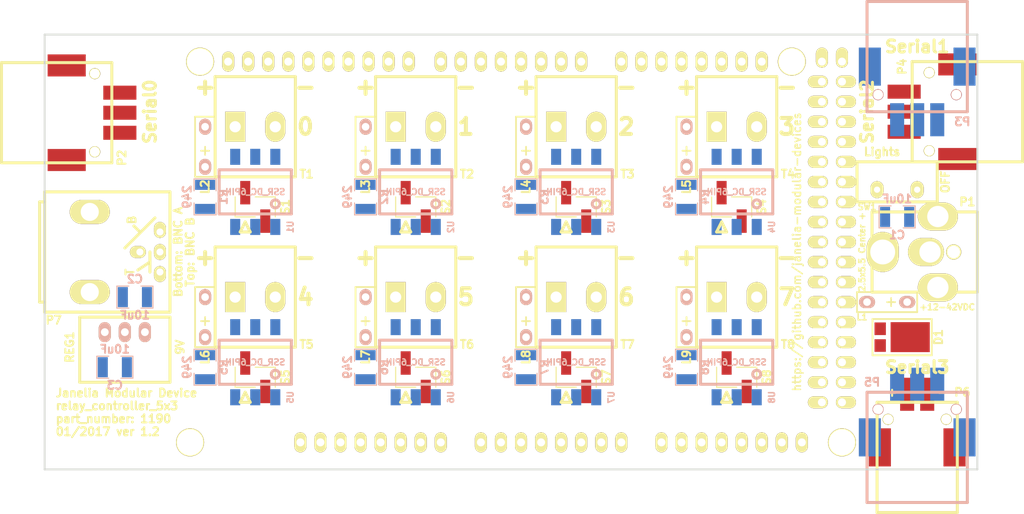
<source format=kicad_pcb>
(kicad_pcb (version 20160815) (host pcbnew no-vcs-found-7472~57~ubuntu16.04.1)

  (general
    (links 114)
    (no_connects 114)
    (area 93.230699 75.196699 211.569301 130.543301)
    (thickness 1.6)
    (drawings 40)
    (tracks 0)
    (zones 0)
    (modules 55)
    (nets 48)
  )

  (page A4)
  (title_block
    (title relay_controller_5x3)
    (rev 1.2)
  )

  (layers
    (0 F.Cu signal)
    (31 B.Cu signal)
    (32 B.Adhes user)
    (33 F.Adhes user)
    (34 B.Paste user)
    (35 F.Paste user)
    (36 B.SilkS user)
    (37 F.SilkS user)
    (38 B.Mask user)
    (39 F.Mask user)
    (40 Dwgs.User user hide)
    (41 Cmts.User user)
    (42 Eco1.User user)
    (43 Eco2.User user)
    (44 Edge.Cuts user)
    (45 Margin user)
    (46 B.CrtYd user)
    (47 F.CrtYd user)
    (48 B.Fab user)
    (49 F.Fab user)
  )

  (setup
    (last_trace_width 0.254)
    (trace_clearance 0.0254)
    (zone_clearance 0.2032)
    (zone_45_only no)
    (trace_min 0.254)
    (segment_width 0.381)
    (edge_width 0.2286)
    (via_size 0.889)
    (via_drill 0.635)
    (via_min_size 0.889)
    (via_min_drill 0.508)
    (uvia_size 0.508)
    (uvia_drill 0.127)
    (uvias_allowed no)
    (uvia_min_size 0.508)
    (uvia_min_drill 0.127)
    (pcb_text_width 0.3)
    (pcb_text_size 1.5 1.5)
    (mod_edge_width 0.381)
    (mod_text_size 1 1)
    (mod_text_width 0.15)
    (pad_size 1.016 4.4958)
    (pad_drill 0)
    (pad_to_mask_clearance 0)
    (aux_axis_origin 0 0)
    (visible_elements FFFFFF7F)
    (pcbplotparams
      (layerselection 0x000f0_ffffffff)
      (usegerberextensions true)
      (excludeedgelayer false)
      (linewidth 0.100000)
      (plotframeref false)
      (viasonmask false)
      (mode 1)
      (useauxorigin false)
      (hpglpennumber 1)
      (hpglpenspeed 20)
      (hpglpendiameter 15)
      (psnegative false)
      (psa4output false)
      (plotreference true)
      (plotvalue true)
      (plotinvisibletext false)
      (padsonsilk false)
      (subtractmaskfromsilk true)
      (outputformat 1)
      (mirror false)
      (drillshape 0)
      (scaleselection 1)
      (outputdirectory gerbers/))
  )

  (net 0 "")
  (net 1 VAA)
  (net 2 GND)
  (net 3 /V_IN)
  (net 4 /TX3)
  (net 5 /BNC_A)
  (net 6 /BNC_B)
  (net 7 /RX0)
  (net 8 /TX0)
  (net 9 /RX3)
  (net 10 /TX2)
  (net 11 /RX2)
  (net 12 /TX1)
  (net 13 /RX1)
  (net 14 /SIGNAL_0)
  (net 15 /SIGNAL_1)
  (net 16 /SIGNAL_2)
  (net 17 /SIGNAL_3)
  (net 18 /SIGNAL_4)
  (net 19 /SIGNAL_5)
  (net 20 /SIGNAL_6)
  (net 21 /SIGNAL_7)
  (net 22 "Net-(R3-Pad1)")
  (net 23 "Net-(R4-Pad1)")
  (net 24 "Net-(R5-Pad1)")
  (net 25 "Net-(R6-Pad1)")
  (net 26 "Net-(R7-Pad1)")
  (net 27 "Net-(R8-Pad1)")
  (net 28 /OUT_0+)
  (net 29 /OUT_0-)
  (net 30 /OUT_1+)
  (net 31 /OUT_1-)
  (net 32 /OUT_2+)
  (net 33 /OUT_2-)
  (net 34 /OUT_3+)
  (net 35 /OUT_3-)
  (net 36 /OUT_4+)
  (net 37 /OUT_4-)
  (net 38 /OUT_5+)
  (net 39 /OUT_5-)
  (net 40 /OUT_6+)
  (net 41 /OUT_6-)
  (net 42 /OUT_7+)
  (net 43 /OUT_7-)
  (net 44 /LED_GND)
  (net 45 "Net-(R1-Pad1)")
  (net 46 "Net-(R2-Pad1)")
  (net 47 VCC)

  (net_class Default "This is the default net class."
    (clearance 0.0254)
    (trace_width 0.254)
    (via_dia 0.889)
    (via_drill 0.635)
    (uvia_dia 0.508)
    (uvia_drill 0.127)
    (add_net VCC)
  )

  (net_class GND ""
    (clearance 0.1016)
    (trace_width 0.4064)
    (via_dia 0.889)
    (via_drill 0.635)
    (uvia_dia 0.508)
    (uvia_drill 0.127)
    (add_net /LED_GND)
    (add_net GND)
  )

  (net_class LEDPOWER ""
    (clearance 0.254)
    (trace_width 0.508)
    (via_dia 0.889)
    (via_drill 0.635)
    (uvia_dia 0.508)
    (uvia_drill 0.127)
  )

  (net_class POWER ""
    (clearance 0.254)
    (trace_width 0.8128)
    (via_dia 0.889)
    (via_drill 0.635)
    (uvia_dia 0.508)
    (uvia_drill 0.127)
    (add_net /V_IN)
  )

  (net_class SIGNAL ""
    (clearance 0.1016)
    (trace_width 0.4064)
    (via_dia 0.889)
    (via_drill 0.635)
    (uvia_dia 0.508)
    (uvia_drill 0.127)
    (add_net /BNC_A)
    (add_net /BNC_B)
    (add_net /RX0)
    (add_net /RX1)
    (add_net /RX2)
    (add_net /RX3)
    (add_net /SIGNAL_0)
    (add_net /SIGNAL_1)
    (add_net /SIGNAL_2)
    (add_net /SIGNAL_3)
    (add_net /SIGNAL_4)
    (add_net /SIGNAL_5)
    (add_net /SIGNAL_6)
    (add_net /SIGNAL_7)
    (add_net /TX0)
    (add_net /TX1)
    (add_net /TX2)
    (add_net /TX3)
    (add_net "Net-(R1-Pad1)")
    (add_net "Net-(R2-Pad1)")
    (add_net "Net-(R3-Pad1)")
    (add_net "Net-(R4-Pad1)")
    (add_net "Net-(R5-Pad1)")
    (add_net "Net-(R6-Pad1)")
    (add_net "Net-(R7-Pad1)")
    (add_net "Net-(R8-Pad1)")
  )

  (net_class SUPERPOWER ""
    (clearance 0.254)
    (trace_width 1.016)
    (via_dia 0.889)
    (via_drill 0.635)
    (uvia_dia 0.508)
    (uvia_drill 0.127)
    (add_net /OUT_0+)
    (add_net /OUT_0-)
    (add_net /OUT_1+)
    (add_net /OUT_1-)
    (add_net /OUT_2+)
    (add_net /OUT_2-)
    (add_net /OUT_3+)
    (add_net /OUT_3-)
    (add_net /OUT_4+)
    (add_net /OUT_4-)
    (add_net /OUT_5+)
    (add_net /OUT_5-)
    (add_net /OUT_6+)
    (add_net /OUT_6-)
    (add_net /OUT_7+)
    (add_net /OUT_7-)
    (add_net VAA)
  )

  (module relay_controller_5x3:TERM_BLK_ANG_2_PIN_0.2_PITCH (layer F.Cu) (tedit 5879421D) (tstamp 58792271)
    (at 120.015 86.995)
    (path /58794516)
    (fp_text reference T1 (at 6.5 6) (layer F.SilkS)
      (effects (font (size 1.016 1.016) (thickness 0.254)))
    )
    (fp_text value TERM_BLK_ANG_2_PIN_0.2_PITCH (at 0 0 90) (layer F.SilkS) hide
      (effects (font (size 0.762 0.762) (thickness 0.1905)))
    )
    (fp_line (start -5.08 -6.35) (end -5.08 6.35) (layer F.SilkS) (width 0.381))
    (fp_line (start -5.08 6.35) (end 5.08 6.35) (layer F.SilkS) (width 0.381))
    (fp_line (start 5.08 -6.35) (end 5.08 6.35) (layer F.SilkS) (width 0.381))
    (fp_line (start -5.08 -6.35) (end 5.08 -6.35) (layer F.SilkS) (width 0.381))
    (pad 2 thru_hole oval (at 2.54 0) (size 2.54 3.81) (drill 1.4224) (layers *.Cu *.Mask F.SilkS)
      (net 29 /OUT_0-))
    (pad 1 thru_hole rect (at -2.54 0) (size 2.54 3.81) (drill 1.4224) (layers *.Cu *.Mask F.SilkS)
      (net 28 /OUT_0+))
  )

  (module relay_controller_5x3:TERM_BLK_ANG_2_PIN_0.2_PITCH (layer F.Cu) (tedit 5879421D) (tstamp 5879227A)
    (at 140.335 86.995)
    (path /587950F1)
    (fp_text reference T2 (at 6.5 6) (layer F.SilkS)
      (effects (font (size 1.016 1.016) (thickness 0.254)))
    )
    (fp_text value TERM_BLK_ANG_2_PIN_0.2_PITCH (at 0 0 90) (layer F.SilkS) hide
      (effects (font (size 0.762 0.762) (thickness 0.1905)))
    )
    (fp_line (start -5.08 -6.35) (end -5.08 6.35) (layer F.SilkS) (width 0.381))
    (fp_line (start -5.08 6.35) (end 5.08 6.35) (layer F.SilkS) (width 0.381))
    (fp_line (start 5.08 -6.35) (end 5.08 6.35) (layer F.SilkS) (width 0.381))
    (fp_line (start -5.08 -6.35) (end 5.08 -6.35) (layer F.SilkS) (width 0.381))
    (pad 2 thru_hole oval (at 2.54 0) (size 2.54 3.81) (drill 1.4224) (layers *.Cu *.Mask F.SilkS)
      (net 31 /OUT_1-))
    (pad 1 thru_hole rect (at -2.54 0) (size 2.54 3.81) (drill 1.4224) (layers *.Cu *.Mask F.SilkS)
      (net 30 /OUT_1+))
  )

  (module relay_controller_5x3:TERM_BLK_ANG_2_PIN_0.2_PITCH (layer F.Cu) (tedit 5879421D) (tstamp 58792283)
    (at 160.655 86.995)
    (path /587951DD)
    (fp_text reference T3 (at 6.5 6) (layer F.SilkS)
      (effects (font (size 1.016 1.016) (thickness 0.254)))
    )
    (fp_text value TERM_BLK_ANG_2_PIN_0.2_PITCH (at 0 0 90) (layer F.SilkS) hide
      (effects (font (size 0.762 0.762) (thickness 0.1905)))
    )
    (fp_line (start -5.08 -6.35) (end -5.08 6.35) (layer F.SilkS) (width 0.381))
    (fp_line (start -5.08 6.35) (end 5.08 6.35) (layer F.SilkS) (width 0.381))
    (fp_line (start 5.08 -6.35) (end 5.08 6.35) (layer F.SilkS) (width 0.381))
    (fp_line (start -5.08 -6.35) (end 5.08 -6.35) (layer F.SilkS) (width 0.381))
    (pad 2 thru_hole oval (at 2.54 0) (size 2.54 3.81) (drill 1.4224) (layers *.Cu *.Mask F.SilkS)
      (net 33 /OUT_2-))
    (pad 1 thru_hole rect (at -2.54 0) (size 2.54 3.81) (drill 1.4224) (layers *.Cu *.Mask F.SilkS)
      (net 32 /OUT_2+))
  )

  (module relay_controller_5x3:TERM_BLK_ANG_2_PIN_0.2_PITCH (layer F.Cu) (tedit 5879421D) (tstamp 5879228C)
    (at 180.975 86.995)
    (path /587952B5)
    (fp_text reference T4 (at 6.5 6) (layer F.SilkS)
      (effects (font (size 1.016 1.016) (thickness 0.254)))
    )
    (fp_text value TERM_BLK_ANG_2_PIN_0.2_PITCH (at 0 0 90) (layer F.SilkS) hide
      (effects (font (size 0.762 0.762) (thickness 0.1905)))
    )
    (fp_line (start -5.08 -6.35) (end -5.08 6.35) (layer F.SilkS) (width 0.381))
    (fp_line (start -5.08 6.35) (end 5.08 6.35) (layer F.SilkS) (width 0.381))
    (fp_line (start 5.08 -6.35) (end 5.08 6.35) (layer F.SilkS) (width 0.381))
    (fp_line (start -5.08 -6.35) (end 5.08 -6.35) (layer F.SilkS) (width 0.381))
    (pad 2 thru_hole oval (at 2.54 0) (size 2.54 3.81) (drill 1.4224) (layers *.Cu *.Mask F.SilkS)
      (net 35 /OUT_3-))
    (pad 1 thru_hole rect (at -2.54 0) (size 2.54 3.81) (drill 1.4224) (layers *.Cu *.Mask F.SilkS)
      (net 34 /OUT_3+))
  )

  (module relay_controller_5x3:TERM_BLK_ANG_2_PIN_0.2_PITCH (layer F.Cu) (tedit 5879421D) (tstamp 58792295)
    (at 120.015 108.585)
    (path /58795393)
    (fp_text reference T5 (at 6.5 6) (layer F.SilkS)
      (effects (font (size 1.016 1.016) (thickness 0.254)))
    )
    (fp_text value TERM_BLK_ANG_2_PIN_0.2_PITCH (at 0 0 90) (layer F.SilkS) hide
      (effects (font (size 0.762 0.762) (thickness 0.1905)))
    )
    (fp_line (start -5.08 -6.35) (end -5.08 6.35) (layer F.SilkS) (width 0.381))
    (fp_line (start -5.08 6.35) (end 5.08 6.35) (layer F.SilkS) (width 0.381))
    (fp_line (start 5.08 -6.35) (end 5.08 6.35) (layer F.SilkS) (width 0.381))
    (fp_line (start -5.08 -6.35) (end 5.08 -6.35) (layer F.SilkS) (width 0.381))
    (pad 2 thru_hole oval (at 2.54 0) (size 2.54 3.81) (drill 1.4224) (layers *.Cu *.Mask F.SilkS)
      (net 37 /OUT_4-))
    (pad 1 thru_hole rect (at -2.54 0) (size 2.54 3.81) (drill 1.4224) (layers *.Cu *.Mask F.SilkS)
      (net 36 /OUT_4+))
  )

  (module relay_controller_5x3:TERM_BLK_ANG_2_PIN_0.2_PITCH (layer F.Cu) (tedit 5879421D) (tstamp 5879229E)
    (at 140.335 108.585)
    (path /58795581)
    (fp_text reference T6 (at 6.5 6) (layer F.SilkS)
      (effects (font (size 1.016 1.016) (thickness 0.254)))
    )
    (fp_text value TERM_BLK_ANG_2_PIN_0.2_PITCH (at 0 0 90) (layer F.SilkS) hide
      (effects (font (size 0.762 0.762) (thickness 0.1905)))
    )
    (fp_line (start -5.08 -6.35) (end -5.08 6.35) (layer F.SilkS) (width 0.381))
    (fp_line (start -5.08 6.35) (end 5.08 6.35) (layer F.SilkS) (width 0.381))
    (fp_line (start 5.08 -6.35) (end 5.08 6.35) (layer F.SilkS) (width 0.381))
    (fp_line (start -5.08 -6.35) (end 5.08 -6.35) (layer F.SilkS) (width 0.381))
    (pad 2 thru_hole oval (at 2.54 0) (size 2.54 3.81) (drill 1.4224) (layers *.Cu *.Mask F.SilkS)
      (net 39 /OUT_5-))
    (pad 1 thru_hole rect (at -2.54 0) (size 2.54 3.81) (drill 1.4224) (layers *.Cu *.Mask F.SilkS)
      (net 38 /OUT_5+))
  )

  (module relay_controller_5x3:TERM_BLK_ANG_2_PIN_0.2_PITCH (layer F.Cu) (tedit 5879421D) (tstamp 587922A7)
    (at 160.655 108.585)
    (path /58795669)
    (fp_text reference T7 (at 6.5 6) (layer F.SilkS)
      (effects (font (size 1.016 1.016) (thickness 0.254)))
    )
    (fp_text value TERM_BLK_ANG_2_PIN_0.2_PITCH (at 0 0 90) (layer F.SilkS) hide
      (effects (font (size 0.762 0.762) (thickness 0.1905)))
    )
    (fp_line (start -5.08 -6.35) (end -5.08 6.35) (layer F.SilkS) (width 0.381))
    (fp_line (start -5.08 6.35) (end 5.08 6.35) (layer F.SilkS) (width 0.381))
    (fp_line (start 5.08 -6.35) (end 5.08 6.35) (layer F.SilkS) (width 0.381))
    (fp_line (start -5.08 -6.35) (end 5.08 -6.35) (layer F.SilkS) (width 0.381))
    (pad 2 thru_hole oval (at 2.54 0) (size 2.54 3.81) (drill 1.4224) (layers *.Cu *.Mask F.SilkS)
      (net 41 /OUT_6-))
    (pad 1 thru_hole rect (at -2.54 0) (size 2.54 3.81) (drill 1.4224) (layers *.Cu *.Mask F.SilkS)
      (net 40 /OUT_6+))
  )

  (module relay_controller_5x3:TERM_BLK_ANG_2_PIN_0.2_PITCH (layer F.Cu) (tedit 5879421D) (tstamp 587922B0)
    (at 180.975 108.585)
    (path /5879576B)
    (fp_text reference T8 (at 6.5 6) (layer F.SilkS)
      (effects (font (size 1.016 1.016) (thickness 0.254)))
    )
    (fp_text value TERM_BLK_ANG_2_PIN_0.2_PITCH (at 0 0 90) (layer F.SilkS) hide
      (effects (font (size 0.762 0.762) (thickness 0.1905)))
    )
    (fp_line (start -5.08 -6.35) (end -5.08 6.35) (layer F.SilkS) (width 0.381))
    (fp_line (start -5.08 6.35) (end 5.08 6.35) (layer F.SilkS) (width 0.381))
    (fp_line (start 5.08 -6.35) (end 5.08 6.35) (layer F.SilkS) (width 0.381))
    (fp_line (start -5.08 -6.35) (end 5.08 -6.35) (layer F.SilkS) (width 0.381))
    (pad 2 thru_hole oval (at 2.54 0) (size 2.54 3.81) (drill 1.4224) (layers *.Cu *.Mask F.SilkS)
      (net 43 /OUT_7-))
    (pad 1 thru_hole rect (at -2.54 0) (size 2.54 3.81) (drill 1.4224) (layers *.Cu *.Mask F.SilkS)
      (net 42 /OUT_7+))
  )

  (module relay_controller_5x3:DC_DC_CONV_R78C (layer F.Cu) (tedit 587928A4) (tstamp 5480CA49)
    (at 103.505 113.03 180)
    (path /58790DAF)
    (fp_text reference REG1 (at 6.985 -1.905 270) (layer F.SilkS)
      (effects (font (size 1.016 1.016) (thickness 0.254)))
    )
    (fp_text value CONV_DC_DC_9V_1A (at 6.858 -2.286 270) (layer F.SilkS) hide
      (effects (font (size 1.016 1.016) (thickness 0.254)))
    )
    (fp_line (start 5.715 1.905) (end 5.715 -6.35) (layer F.SilkS) (width 0.381))
    (fp_line (start 5.715 -6.35) (end -5.715 -6.35) (layer F.SilkS) (width 0.381))
    (fp_line (start -5.715 -6.35) (end -5.715 1.905) (layer F.SilkS) (width 0.381))
    (fp_line (start -5.715 1.905) (end 5.715 1.905) (layer F.SilkS) (width 0.381))
    (pad 2 thru_hole oval (at 0 0 180) (size 1.524 2.54) (drill 0.9906) (layers *.Cu *.SilkS *.Mask)
      (net 2 GND))
    (pad 3 thru_hole oval (at 2.54 0 180) (size 1.524 2.54) (drill 0.9906) (layers *.Cu *.SilkS *.Mask)
      (net 3 /V_IN))
    (pad 1 thru_hole oval (at -2.54 0 180) (size 1.524 2.54) (drill 0.9906) (layers *.Cu *.SilkS *.Mask)
      (net 1 VAA))
  )

  (module relay_controller_5x3:DCJACK_2PIN_HIGHCURRENT (layer F.Cu) (tedit 58792818) (tstamp 5480C9FD)
    (at 211.455 102.87 270)
    (path /5488FCDE)
    (fp_text reference P1 (at -6.35 1.27) (layer F.SilkS)
      (effects (font (size 1.016 1.016) (thickness 0.254)))
    )
    (fp_text value PWR_JACK_2.5x5.5 (at -6.35 10.795) (layer F.SilkS) hide
      (effects (font (size 1.016 1.016) (thickness 0.254)))
    )
    (fp_line (start -5.08 13.335) (end 5.08 13.335) (layer F.SilkS) (width 0.381))
    (fp_line (start 5.08 13.335) (end 5.08 0) (layer F.SilkS) (width 0.381))
    (fp_line (start -5.08 13.335) (end -5.08 0) (layer F.SilkS) (width 0.381))
    (fp_line (start -5.08 0) (end 5.08 0) (layer F.SilkS) (width 0.381))
    (pad "" thru_hole circle (at 0 2.9972 270) (size 1.9304 1.9304) (drill 1.6002) (layers *.Cu *.Mask F.SilkS))
    (pad 2 thru_hole oval (at 0 5.9944 270) (size 3.556 4.572) (drill 2.6924 (offset 0 0.508)) (layers *.Cu *.Mask F.SilkS)
      (net 2 GND))
    (pad 1 thru_hole oval (at 0 11.9888 270) (size 5.08 4.064) (drill 3.1496) (layers *.Cu *.Mask F.SilkS)
      (net 1 VAA))
    (pad "" thru_hole oval (at -4.4958 5.0038 270) (size 3.556 5.08) (drill 2.6924) (layers *.Cu *.Mask F.SilkS))
    (pad "" thru_hole oval (at 4.4958 5.0038 270) (size 3.556 5.08) (drill 2.6924) (layers *.Cu *.Mask F.SilkS))
  )

  (module relay_controller_5x3:BNC_DOUBLE (layer F.Cu) (tedit 5879288C) (tstamp 56CF966E)
    (at 99.06 102.87 90)
    (path /54ADBC63)
    (fp_text reference P7 (at -8.636 -4.572) (layer F.SilkS)
      (effects (font (size 1.016 1.016) (thickness 0.254)))
    )
    (fp_text value BNC_DOUBLE_RA (at -8.636 0 180) (layer F.SilkS) hide
      (effects (font (size 1.016 1.016) (thickness 0.254)))
    )
    (fp_text user "Top: BNC B" (at 0 12.7 90) (layer F.SilkS)
      (effects (font (size 1.016 1.016) (thickness 0.254)))
    )
    (fp_text user "Bottom: BNC A" (at 0 11.176 90) (layer F.SilkS)
      (effects (font (size 1.016 1.016) (thickness 0.254)))
    )
    (fp_line (start 2.54 6.35) (end 3.302 5.588) (layer F.SilkS) (width 0.381))
    (fp_line (start -1.27 7.62) (end -2.286 6.096) (layer F.SilkS) (width 0.381))
    (fp_line (start -6.35 -5.715) (end -6.35 -6.35) (layer F.SilkS) (width 0.381))
    (fp_line (start -6.35 -6.35) (end 6.35 -6.35) (layer F.SilkS) (width 0.381))
    (fp_line (start 6.35 -6.35) (end 6.35 -5.715) (layer F.SilkS) (width 0.381))
    (fp_line (start -7.62 -5.715) (end -7.62 10.16) (layer F.SilkS) (width 0.381))
    (fp_line (start -7.62 10.16) (end 7.62 10.16) (layer F.SilkS) (width 0.381))
    (fp_line (start 7.62 10.16) (end 7.62 -5.715) (layer F.SilkS) (width 0.381))
    (fp_line (start 7.62 -5.715) (end -7.62 -5.715) (layer F.SilkS) (width 0.381))
    (fp_text user B (at 4.064 5.334 90) (layer F.SilkS)
      (effects (font (size 1.016 1.016) (thickness 0.254)))
    )
    (fp_line (start 4.318 8.255) (end 0.508 4.445) (layer F.SilkS) (width 0.381))
    (fp_text user T (at -2.54 5.08 90) (layer F.SilkS)
      (effects (font (size 1.016 1.016) (thickness 0.254)))
    )
    (fp_line (start 0 7.62) (end -2.54 7.62) (layer F.SilkS) (width 0.381))
    (pad "" thru_hole oval (at -5.08 0 90) (size 3.048 5.08) (drill 2.286) (layers *.Cu *.Mask F.SilkS))
    (pad "" thru_hole oval (at 5.08 0 90) (size 3.048 5.08) (drill 2.286) (layers *.Cu *.Mask F.SilkS))
    (pad 1 thru_hole oval (at 0 6.35 90) (size 1.524 2.032) (drill 0.889 (offset 0 -0.254)) (layers *.Cu *.Mask F.SilkS)
      (net 5 /BNC_A))
    (pad 3 thru_hole oval (at 0 8.89 90) (size 2.032 1.524) (drill 0.889) (layers *.Cu *.Mask F.SilkS)
      (net 6 /BNC_B))
    (pad 2 thru_hole oval (at 2.54 8.89 90) (size 2.032 1.524) (drill 0.889 (offset 0.254 0)) (layers *.Cu *.Mask F.SilkS)
      (net 2 GND))
    (pad 4 thru_hole oval (at -2.54 8.89 90) (size 2.032 1.524) (drill 0.889 (offset -0.254 0)) (layers *.Cu *.Mask F.SilkS)
      (net 2 GND))
  )

  (module relay_controller_5x3:ARDUINO_MEGA_SHIELD (layer F.Cu) (tedit 56D06BD8) (tstamp 5488C98D)
    (at 97.79 129.54)
    (path /54AD3990)
    (fp_text reference ARDUINO1 (at 26.035 -41.275) (layer F.SilkS) hide
      (effects (font (thickness 0.3048)))
    )
    (fp_text value ARDUINO_MEGA (at 25.4 -38.1) (layer F.SilkS) hide
      (effects (font (thickness 0.3048)))
    )
    (fp_circle (center 66.04 -7.62) (end 66.04 -9.525) (layer Dwgs.User) (width 0.381))
    (fp_circle (center 66.04 -35.56) (end 66.04 -37.465) (layer Dwgs.User) (width 0.381))
    (fp_text user USB (at 3.81 -38.1) (layer F.SilkS) hide
      (effects (font (thickness 0.3048)))
    )
    (fp_line (start 62.23 -24.13) (end 67.31 -24.13) (layer Dwgs.User) (width 0.381))
    (fp_line (start 67.31 -24.13) (end 67.31 -31.75) (layer Dwgs.User) (width 0.381))
    (fp_line (start 67.31 -31.75) (end 62.23 -31.75) (layer Dwgs.User) (width 0.381))
    (fp_line (start 62.23 -31.75) (end 62.23 -24.13) (layer Dwgs.User) (width 0.381))
    (fp_line (start 14.605 -43.815) (end 14.605 -48.26) (layer Dwgs.User) (width 0.381))
    (fp_line (start 17.145 -48.895) (end 22.225 -48.895) (layer Dwgs.User) (width 0.381))
    (fp_line (start 22.225 -48.895) (end 22.225 -43.815) (layer Dwgs.User) (width 0.381))
    (fp_line (start 22.225 -43.815) (end 14.605 -43.815) (layer Dwgs.User) (width 0.381))
    (fp_circle (center 74.295 -27.94) (end 74.295 -31.115) (layer Dwgs.User) (width 0.381))
    (fp_line (start -6.35 -31.75) (end -6.35 -44.45) (layer Dwgs.User) (width 0.381))
    (fp_line (start -6.35 -44.45) (end 9.525 -44.45) (layer Dwgs.User) (width 0.381))
    (fp_line (start 9.525 -44.45) (end 9.525 -31.75) (layer Dwgs.User) (width 0.381))
    (fp_line (start 9.525 -31.75) (end -6.35 -31.75) (layer Dwgs.User) (width 0.381))
    (fp_line (start 66.04 -0.635) (end 66.04 0) (layer Dwgs.User) (width 0.381))
    (fp_line (start 67.31 -3.81) (end 68.58 -5.08) (layer Dwgs.User) (width 0.381))
    (fp_line (start -2.54 -3.175) (end -2.54 -13.335) (layer Dwgs.User) (width 0.381))
    (fp_line (start -2.54 -13.335) (end 11.43 -13.335) (layer Dwgs.User) (width 0.381))
    (fp_line (start 11.43 -13.335) (end 11.43 -3.175) (layer Dwgs.User) (width 0.381))
    (fp_line (start 11.43 -3.175) (end -2.54 -3.175) (layer Dwgs.User) (width 0.381))
    (fp_line (start 64.77 -53.34) (end 66.04 -52.07) (layer Dwgs.User) (width 0.381))
    (fp_line (start 66.04 -52.07) (end 66.04 -40.64) (layer Dwgs.User) (width 0.381))
    (fp_line (start 66.04 -40.64) (end 68.58 -38.1) (layer Dwgs.User) (width 0.381))
    (fp_line (start 68.58 -38.1) (end 68.58 -5.08) (layer Dwgs.User) (width 0.381))
    (fp_line (start 0 0) (end 0 -53.34) (layer Dwgs.User) (width 0.381))
    (fp_line (start 0 -53.34) (end 96.52 -53.34) (layer Dwgs.User) (width 0.381))
    (fp_line (start 96.52 -53.34) (end 99.06 -50.8) (layer Dwgs.User) (width 0.381))
    (fp_line (start 99.06 -50.8) (end 99.06 -40.64) (layer Dwgs.User) (width 0.381))
    (fp_line (start 99.06 -40.64) (end 101.6 -38.1) (layer Dwgs.User) (width 0.381))
    (fp_line (start 101.6 -38.1) (end 101.6 -3.81) (layer Dwgs.User) (width 0.381))
    (fp_line (start 101.6 -3.81) (end 99.06 -1.27) (layer Dwgs.User) (width 0.381))
    (fp_line (start 99.06 -1.27) (end 99.06 0) (layer Dwgs.User) (width 0.381))
    (fp_line (start 99.06 0) (end 0 0) (layer Dwgs.User) (width 0.381))
    (pad "" thru_hole circle (at 13.97 -2.54) (size 3.556 3.556) (drill 3.302) (layers *.Cu *.Mask F.SilkS)
      (solder_mask_margin 0.1016) (clearance 0.1016))
    (pad "" thru_hole circle (at 15.24 -50.8) (size 3.556 3.556) (drill 3.302) (layers *.Cu *.Mask F.SilkS)
      (solder_mask_margin 0.1016) (clearance 0.1016))
    (pad "" thru_hole circle (at 96.52 -2.54) (size 3.556 3.556) (drill 3.302) (layers *.Cu *.Mask F.SilkS)
      (solder_mask_margin 0.1016) (clearance 0.1016))
    (pad "" thru_hole circle (at 90.17 -50.8) (size 3.556 3.556) (drill 3.302) (layers *.Cu *.Mask F.SilkS)
      (solder_mask_margin 0.1016) (clearance 0.1016))
    (pad NC thru_hole oval (at 27.94 -2.54 90) (size 2.54 1.524) (drill 1.016) (layers *.Cu *.Mask F.SilkS))
    (pad IREF thru_hole oval (at 30.48 -2.54 90) (size 2.54 1.524) (drill 1.016) (layers *.Cu *.Mask F.SilkS))
    (pad RST thru_hole oval (at 33.02 -2.54 90) (size 2.54 1.524) (drill 1.016) (layers *.Cu *.Mask F.SilkS))
    (pad 3V3 thru_hole oval (at 35.56 -2.54 90) (size 2.54 1.524) (drill 1.016) (layers *.Cu *.Mask F.SilkS))
    (pad 5V_1 thru_hole oval (at 38.1 -2.54 90) (size 2.54 1.524) (drill 1.016) (layers *.Cu *.Mask F.SilkS))
    (pad GND1 thru_hole oval (at 40.64 -2.54 90) (size 2.54 1.524) (drill 1.016) (layers *.Cu *.Mask F.SilkS)
      (net 2 GND))
    (pad GND2 thru_hole oval (at 43.18 -2.54 90) (size 2.54 1.524) (drill 1.016) (layers *.Cu *.Mask F.SilkS)
      (net 2 GND))
    (pad V_IN thru_hole oval (at 45.72 -2.54 90) (size 2.54 1.524) (drill 1.016) (layers *.Cu *.Mask F.SilkS)
      (net 3 /V_IN))
    (pad A0 thru_hole oval (at 50.8 -2.54 90) (size 2.54 1.524) (drill 1.016) (layers *.Cu *.Mask F.SilkS))
    (pad A1 thru_hole oval (at 53.34 -2.54 90) (size 2.54 1.524) (drill 1.016) (layers *.Cu *.Mask F.SilkS))
    (pad A2 thru_hole oval (at 55.88 -2.54 90) (size 2.54 1.524) (drill 1.016) (layers *.Cu *.Mask F.SilkS))
    (pad A3 thru_hole oval (at 58.42 -2.54 90) (size 2.54 1.524) (drill 1.016) (layers *.Cu *.Mask F.SilkS))
    (pad A4 thru_hole oval (at 60.96 -2.54 90) (size 2.54 1.524) (drill 1.016) (layers *.Cu *.Mask F.SilkS))
    (pad A5 thru_hole oval (at 63.5 -2.54 90) (size 2.54 1.524) (drill 1.016) (layers *.Cu *.Mask F.SilkS))
    (pad A6 thru_hole oval (at 66.04 -2.54 90) (size 2.54 1.524) (drill 1.016) (layers *.Cu *.Mask F.SilkS))
    (pad A7 thru_hole oval (at 68.58 -2.54 90) (size 2.54 1.524) (drill 1.016) (layers *.Cu *.Mask F.SilkS))
    (pad A8 thru_hole oval (at 73.66 -2.54 90) (size 2.54 1.524) (drill 1.016) (layers *.Cu *.Mask F.SilkS))
    (pad A9 thru_hole oval (at 76.2 -2.54 90) (size 2.54 1.524) (drill 1.016) (layers *.Cu *.Mask F.SilkS))
    (pad A10 thru_hole oval (at 78.74 -2.54 90) (size 2.54 1.524) (drill 1.016) (layers *.Cu *.Mask F.SilkS))
    (pad A11 thru_hole oval (at 81.28 -2.54 90) (size 2.54 1.524) (drill 1.016) (layers *.Cu *.Mask F.SilkS))
    (pad A12 thru_hole oval (at 83.82 -2.54 90) (size 2.54 1.524) (drill 1.016) (layers *.Cu *.Mask F.SilkS))
    (pad A13 thru_hole oval (at 86.36 -2.54 90) (size 2.54 1.524) (drill 1.016) (layers *.Cu *.Mask F.SilkS))
    (pad A14 thru_hole oval (at 88.9 -2.54 90) (size 2.54 1.524) (drill 1.016) (layers *.Cu *.Mask F.SilkS))
    (pad A15 thru_hole oval (at 91.44 -2.54 90) (size 2.54 1.524) (drill 1.016) (layers *.Cu *.Mask F.SilkS))
    (pad 21B thru_hole oval (at 18.796 -50.8 90) (size 2.54 1.524) (drill 1.016) (layers *.Cu *.Mask F.SilkS))
    (pad 20B thru_hole oval (at 21.336 -50.8 90) (size 2.54 1.524) (drill 1.016) (layers *.Cu *.Mask F.SilkS))
    (pad AREF thru_hole oval (at 23.876 -50.8 90) (size 2.54 1.524) (drill 1.016) (layers *.Cu *.Mask F.SilkS))
    (pad GND3 thru_hole oval (at 26.416 -50.8 90) (size 2.54 1.524) (drill 1.016) (layers *.Cu *.Mask F.SilkS))
    (pad 13 thru_hole oval (at 28.956 -50.8 90) (size 2.54 1.524) (drill 1.016) (layers *.Cu *.Mask F.SilkS))
    (pad 12 thru_hole oval (at 31.496 -50.8 90) (size 2.54 1.524) (drill 1.016) (layers *.Cu *.Mask F.SilkS)
      (net 18 /SIGNAL_4))
    (pad 11 thru_hole oval (at 34.036 -50.8 90) (size 2.54 1.524) (drill 1.016) (layers *.Cu *.Mask F.SilkS)
      (net 17 /SIGNAL_3))
    (pad 10 thru_hole oval (at 36.576 -50.8 90) (size 2.54 1.524) (drill 1.016) (layers *.Cu *.Mask F.SilkS)
      (net 16 /SIGNAL_2))
    (pad 9 thru_hole oval (at 39.116 -50.8 90) (size 2.54 1.524) (drill 1.016) (layers *.Cu *.Mask F.SilkS)
      (net 15 /SIGNAL_1))
    (pad 8 thru_hole oval (at 41.656 -50.8 90) (size 2.54 1.524) (drill 1.016) (layers *.Cu *.Mask F.SilkS)
      (net 14 /SIGNAL_0))
    (pad 7 thru_hole oval (at 45.72 -50.8 90) (size 2.54 1.524) (drill 1.016) (layers *.Cu *.Mask F.SilkS))
    (pad 0 thru_hole oval (at 63.5 -50.8 90) (size 2.54 1.524) (drill 1.016) (layers *.Cu *.Mask F.SilkS)
      (net 7 /RX0))
    (pad 1 thru_hole oval (at 60.96 -50.8 90) (size 2.54 1.524) (drill 1.016) (layers *.Cu *.Mask F.SilkS)
      (net 8 /TX0))
    (pad 2 thru_hole oval (at 58.42 -50.8 90) (size 2.54 1.524) (drill 1.016) (layers *.Cu *.Mask F.SilkS)
      (net 5 /BNC_A))
    (pad 3 thru_hole oval (at 55.88 -50.8 90) (size 2.54 1.524) (drill 1.016) (layers *.Cu *.Mask F.SilkS)
      (net 6 /BNC_B))
    (pad 4 thru_hole oval (at 53.34 -50.8 90) (size 2.54 1.524) (drill 1.016) (layers *.Cu *.Mask F.SilkS))
    (pad 5 thru_hole oval (at 50.8 -50.8 90) (size 2.54 1.524) (drill 1.016) (layers *.Cu *.Mask F.SilkS))
    (pad 6 thru_hole oval (at 48.26 -50.8 90) (size 2.54 1.524) (drill 1.016) (layers *.Cu *.Mask F.SilkS))
    (pad 14 thru_hole oval (at 68.58 -50.8 90) (size 2.54 1.524) (drill 1.016) (layers *.Cu *.Mask F.SilkS)
      (net 4 /TX3))
    (pad 15 thru_hole oval (at 71.12 -50.8 90) (size 2.54 1.524) (drill 1.016) (layers *.Cu *.Mask F.SilkS)
      (net 9 /RX3))
    (pad 16 thru_hole oval (at 73.66 -50.8 90) (size 2.54 1.524) (drill 1.016) (layers *.Cu *.Mask F.SilkS)
      (net 10 /TX2))
    (pad 17 thru_hole oval (at 76.2 -50.8 90) (size 2.54 1.524) (drill 1.016) (layers *.Cu *.Mask F.SilkS)
      (net 11 /RX2))
    (pad 18 thru_hole oval (at 78.74 -50.8 90) (size 2.54 1.524) (drill 1.016) (layers *.Cu *.Mask F.SilkS)
      (net 12 /TX1))
    (pad 19 thru_hole oval (at 81.28 -50.8 90) (size 2.54 1.524) (drill 1.016) (layers *.Cu *.Mask F.SilkS)
      (net 13 /RX1))
    (pad 20 thru_hole oval (at 83.82 -50.8 90) (size 2.54 1.524) (drill 1.016) (layers *.Cu *.Mask F.SilkS))
    (pad 21 thru_hole oval (at 86.36 -50.8 90) (size 2.54 1.524) (drill 1.016) (layers *.Cu *.Mask F.SilkS))
    (pad 5V_4 thru_hole oval (at 93.98 -50.8 90) (size 2.54 1.524) (drill 1.016 (offset 0.508 0)) (layers *.Cu *.Mask F.SilkS))
    (pad 5V_5 thru_hole oval (at 96.52 -50.8 90) (size 2.54 1.524) (drill 1.016 (offset 0.508 0)) (layers *.Cu *.Mask F.SilkS))
    (pad 22 thru_hole oval (at 93.98 -48.26 90) (size 1.524 2.54) (drill 1.016 (offset 0 -0.508)) (layers *.Cu *.Mask F.SilkS))
    (pad 23 thru_hole oval (at 96.52 -48.26 90) (size 1.524 2.54) (drill 1.016 (offset 0 0.508)) (layers *.Cu *.Mask F.SilkS))
    (pad 24 thru_hole oval (at 93.98 -45.72 90) (size 1.524 2.54) (drill 1.016 (offset 0 -0.508)) (layers *.Cu *.Mask F.SilkS))
    (pad 25 thru_hole oval (at 96.52 -45.72 90) (size 1.524 2.54) (drill 1.016 (offset 0 0.508)) (layers *.Cu *.Mask F.SilkS))
    (pad 26 thru_hole oval (at 93.98 -43.18 90) (size 1.524 2.54) (drill 1.016 (offset 0 -0.508)) (layers *.Cu *.Mask F.SilkS))
    (pad 27 thru_hole oval (at 96.52 -43.18 90) (size 1.524 2.54) (drill 1.016 (offset 0 0.508)) (layers *.Cu *.Mask F.SilkS))
    (pad 28 thru_hole oval (at 93.98 -40.64 90) (size 1.524 2.54) (drill 1.016 (offset 0 -0.508)) (layers *.Cu *.Mask F.SilkS))
    (pad 29 thru_hole oval (at 96.52 -40.64 90) (size 1.524 2.54) (drill 1.016 (offset 0 0.508)) (layers *.Cu *.Mask F.SilkS))
    (pad 30 thru_hole oval (at 93.98 -38.1 90) (size 1.524 2.54) (drill 1.016 (offset 0 -0.508)) (layers *.Cu *.Mask F.SilkS))
    (pad 31 thru_hole oval (at 96.52 -38.1 90) (size 1.524 2.54) (drill 1.016 (offset 0 0.508)) (layers *.Cu *.Mask F.SilkS))
    (pad 32 thru_hole oval (at 93.98 -35.56 90) (size 1.524 2.54) (drill 1.016 (offset 0 -0.508)) (layers *.Cu *.Mask F.SilkS))
    (pad 33 thru_hole oval (at 96.52 -35.56 90) (size 1.524 2.54) (drill 1.016 (offset 0 0.508)) (layers *.Cu *.Mask F.SilkS))
    (pad 34 thru_hole oval (at 93.98 -33.02 90) (size 1.524 2.54) (drill 1.016 (offset 0 -0.508)) (layers *.Cu *.Mask F.SilkS))
    (pad 35 thru_hole oval (at 96.52 -33.02 90) (size 1.524 2.54) (drill 1.016 (offset 0 0.508)) (layers *.Cu *.Mask F.SilkS))
    (pad 36 thru_hole oval (at 93.98 -30.48 90) (size 1.524 2.54) (drill 1.016 (offset 0 -0.508)) (layers *.Cu *.Mask F.SilkS))
    (pad 37 thru_hole oval (at 96.52 -30.48 90) (size 1.524 2.54) (drill 1.016 (offset 0 0.508)) (layers *.Cu *.Mask F.SilkS))
    (pad 38 thru_hole oval (at 93.98 -27.94 90) (size 1.524 2.54) (drill 1.016 (offset 0 -0.508)) (layers *.Cu *.Mask F.SilkS))
    (pad 39 thru_hole oval (at 96.52 -27.94 90) (size 1.524 2.54) (drill 1.016 (offset 0 0.508)) (layers *.Cu *.Mask F.SilkS))
    (pad 40 thru_hole oval (at 93.98 -25.4 90) (size 1.524 2.54) (drill 1.016 (offset 0 -0.508)) (layers *.Cu *.Mask F.SilkS))
    (pad 41 thru_hole oval (at 96.52 -25.4 90) (size 1.524 2.54) (drill 1.016 (offset 0 0.508)) (layers *.Cu *.Mask F.SilkS))
    (pad 42 thru_hole oval (at 93.98 -22.86 90) (size 1.524 2.54) (drill 1.016 (offset 0 -0.508)) (layers *.Cu *.Mask F.SilkS))
    (pad 43 thru_hole oval (at 96.52 -22.86 90) (size 1.524 2.54) (drill 1.016 (offset 0 0.508)) (layers *.Cu *.Mask F.SilkS))
    (pad 44 thru_hole oval (at 93.98 -20.32 90) (size 1.524 2.54) (drill 1.016 (offset 0 -0.508)) (layers *.Cu *.Mask F.SilkS)
      (net 19 /SIGNAL_5))
    (pad 45 thru_hole oval (at 96.52 -20.32 90) (size 1.524 2.54) (drill 1.016 (offset 0 0.508)) (layers *.Cu *.Mask F.SilkS)
      (net 20 /SIGNAL_6))
    (pad 46 thru_hole oval (at 93.98 -17.78 90) (size 1.524 2.54) (drill 1.016 (offset 0 -0.508)) (layers *.Cu *.Mask F.SilkS)
      (net 21 /SIGNAL_7))
    (pad 47 thru_hole oval (at 96.52 -17.78 90) (size 1.524 2.54) (drill 1.016 (offset 0 0.508)) (layers *.Cu *.Mask F.SilkS))
    (pad 48 thru_hole oval (at 93.98 -15.24 90) (size 1.524 2.54) (drill 1.016 (offset 0 -0.508)) (layers *.Cu *.Mask F.SilkS))
    (pad 49 thru_hole oval (at 96.52 -15.24 90) (size 1.524 2.54) (drill 1.016 (offset 0 0.508)) (layers *.Cu *.Mask F.SilkS))
    (pad 50 thru_hole oval (at 93.98 -12.7 90) (size 1.524 2.54) (drill 1.016 (offset 0 -0.508)) (layers *.Cu *.Mask F.SilkS))
    (pad 51 thru_hole oval (at 96.52 -12.7 90) (size 1.524 2.54) (drill 1.016 (offset 0 0.508)) (layers *.Cu *.Mask F.SilkS))
    (pad 52 thru_hole oval (at 93.98 -10.16 90) (size 1.524 2.54) (drill 1.016 (offset 0 -0.508)) (layers *.Cu *.Mask F.SilkS))
    (pad 53 thru_hole oval (at 96.52 -10.16 90) (size 1.524 2.54) (drill 1.016 (offset 0 0.508)) (layers *.Cu *.Mask F.SilkS))
    (pad GND4 thru_hole oval (at 93.98 -7.62 90) (size 1.524 2.54) (drill 1.016 (offset 0 -0.508)) (layers *.Cu *.Mask F.SilkS))
    (pad GND5 thru_hole oval (at 96.52 -7.62 90) (size 1.524 2.54) (drill 1.016 (offset 0 0.508)) (layers *.Cu *.Mask F.SilkS))
  )

  (module relay_controller_5x3:SPST_SLIDE_AS (layer F.Cu) (tedit 58792865) (tstamp 56CFA2C6)
    (at 201.295 93.98 90)
    (path /56CFEB9B)
    (fp_text reference SW1 (at -3.175 -3.81 180) (layer F.SilkS)
      (effects (font (size 0.762 0.762) (thickness 0.1905)))
    )
    (fp_text value SPST_SLIDE_AS (at 3.81 0 180) (layer F.SilkS) hide
      (effects (font (size 1.016 1.016) (thickness 0.254)))
    )
    (fp_text user OFF (at 0 6.096 90) (layer F.SilkS)
      (effects (font (size 1.016 1.016) (thickness 0.254)))
    )
    (fp_text user ON (at 0 -5.969 90) (layer F.SilkS) hide
      (effects (font (size 1.016 1.016) (thickness 0.254)))
    )
    (fp_line (start -2.54 -5.08) (end 2.54 -5.08) (layer F.SilkS) (width 0.381))
    (fp_line (start 2.54 -5.08) (end 2.54 5.08) (layer F.SilkS) (width 0.381))
    (fp_line (start 2.54 5.08) (end -2.54 5.08) (layer F.SilkS) (width 0.381))
    (fp_line (start -2.54 5.08) (end -2.54 -5.08) (layer F.SilkS) (width 0.381))
    (pad 1 thru_hole oval (at -0.9906 -2.54 90) (size 2.159 1.651) (drill 0.7874) (layers *.Cu *.Mask F.SilkS)
      (net 2 GND))
    (pad 3 thru_hole oval (at -0.9906 2.54 90) (size 2.159 1.651) (drill 0.7874) (layers *.Cu *.Mask F.SilkS)
      (net 44 /LED_GND))
  )

  (module relay_controller_5x3:Header_3_Pin_SMD_RA (layer F.Cu) (tedit 56D07500) (tstamp 56CF961B)
    (at 96.139 85.217 90)
    (path /56CE8FE8)
    (fp_text reference P2 (at -5.715 6.985 90) (layer F.SilkS)
      (effects (font (size 1.016 1.016) (thickness 0.254)))
    )
    (fp_text value HEADER_01X03_SMD_RA (at 0.635 -3.81 90) (layer F.SilkS) hide
      (effects (font (thickness 0.3048)))
    )
    (fp_line (start -6.35 -8.255) (end 6.35 -8.255) (layer F.SilkS) (width 0.381))
    (fp_line (start 6.35 -8.255) (end 6.35 5.715) (layer F.SilkS) (width 0.381))
    (fp_line (start -6.35 -8.255) (end -6.35 5.715) (layer F.SilkS) (width 0.381))
    (fp_line (start -6.35 5.715) (end 6.35 5.715) (layer F.SilkS) (width 0.381))
    (pad 1 smd rect (at -2.54 6.731 90) (size 1.778 4.191) (layers F.Cu F.Paste F.Mask)
      (net 7 /RX0))
    (pad 2 smd rect (at 0 6.731 90) (size 1.778 4.191) (layers F.Cu F.Paste F.Mask)
      (net 2 GND))
    (pad 3 smd rect (at 2.54 6.731 90) (size 1.778 4.191) (layers F.Cu F.Paste F.Mask)
      (net 8 /TX0))
    (pad "" thru_hole circle (at -4.953 3.556 90) (size 1.397 1.397) (drill 1.1938) (layers *.Cu *.Mask F.SilkS)
      (solder_mask_margin 0.1016) (clearance 0.1016))
    (pad "" thru_hole circle (at 4.953 3.556 90) (size 1.397 1.397) (drill 1.1938) (layers *.Cu *.Mask F.SilkS)
      (solder_mask_margin 0.1016) (clearance 0.1016))
    (pad "" smd rect (at -5.9944 0 90) (size 2.794 4.826) (layers F.Cu F.Paste F.Mask)
      (solder_mask_margin 0.1016) (clearance 0.1016))
    (pad "" smd rect (at 5.9944 0 90) (size 2.794 4.826) (layers F.Cu F.Paste F.Mask)
      (solder_mask_margin 0.1016) (clearance 0.1016))
  )

  (module relay_controller_5x3:Header_3_Pin_SMD_RA (layer B.Cu) (tedit 56D07500) (tstamp 56CF962C)
    (at 203.835 79.375 180)
    (path /56CEA77A)
    (fp_text reference P3 (at -5.715 -6.985 180) (layer B.SilkS)
      (effects (font (size 1.016 1.016) (thickness 0.254)) (justify mirror))
    )
    (fp_text value HEADER_01X03_SMD_RA (at 0.635 3.81 180) (layer B.SilkS) hide
      (effects (font (thickness 0.3048)) (justify mirror))
    )
    (fp_line (start -6.35 8.255) (end 6.35 8.255) (layer B.SilkS) (width 0.381))
    (fp_line (start 6.35 8.255) (end 6.35 -5.715) (layer B.SilkS) (width 0.381))
    (fp_line (start -6.35 8.255) (end -6.35 -5.715) (layer B.SilkS) (width 0.381))
    (fp_line (start -6.35 -5.715) (end 6.35 -5.715) (layer B.SilkS) (width 0.381))
    (pad 1 smd rect (at -2.54 -6.731 180) (size 1.778 4.191) (layers B.Cu B.Paste B.Mask)
      (net 13 /RX1))
    (pad 2 smd rect (at 0 -6.731 180) (size 1.778 4.191) (layers B.Cu B.Paste B.Mask)
      (net 2 GND))
    (pad 3 smd rect (at 2.54 -6.731 180) (size 1.778 4.191) (layers B.Cu B.Paste B.Mask)
      (net 12 /TX1))
    (pad "" thru_hole circle (at -4.953 -3.556 180) (size 1.397 1.397) (drill 1.1938) (layers *.Cu *.Mask B.SilkS)
      (solder_mask_margin 0.1016) (clearance 0.1016))
    (pad "" thru_hole circle (at 4.953 -3.556 180) (size 1.397 1.397) (drill 1.1938) (layers *.Cu *.Mask B.SilkS)
      (solder_mask_margin 0.1016) (clearance 0.1016))
    (pad "" smd rect (at -5.9944 0 180) (size 2.794 4.826) (layers B.Cu B.Paste B.Mask)
      (solder_mask_margin 0.1016) (clearance 0.1016))
    (pad "" smd rect (at 5.9944 0 180) (size 2.794 4.826) (layers B.Cu B.Paste B.Mask)
      (solder_mask_margin 0.1016) (clearance 0.1016))
  )

  (module relay_controller_5x3:Header_3_Pin_SMD_RA (layer F.Cu) (tedit 56D07500) (tstamp 56CF963D)
    (at 208.915 85.09 270)
    (path /56CEA9F2)
    (fp_text reference P4 (at -5.715 6.985 270) (layer F.SilkS)
      (effects (font (size 1.016 1.016) (thickness 0.254)))
    )
    (fp_text value HEADER_01X03_SMD_RA (at 0.635 -3.81 270) (layer F.SilkS) hide
      (effects (font (thickness 0.3048)))
    )
    (fp_line (start -6.35 -8.255) (end 6.35 -8.255) (layer F.SilkS) (width 0.381))
    (fp_line (start 6.35 -8.255) (end 6.35 5.715) (layer F.SilkS) (width 0.381))
    (fp_line (start -6.35 -8.255) (end -6.35 5.715) (layer F.SilkS) (width 0.381))
    (fp_line (start -6.35 5.715) (end 6.35 5.715) (layer F.SilkS) (width 0.381))
    (pad 1 smd rect (at -2.54 6.731 270) (size 1.778 4.191) (layers F.Cu F.Paste F.Mask)
      (net 11 /RX2))
    (pad 2 smd rect (at 0 6.731 270) (size 1.778 4.191) (layers F.Cu F.Paste F.Mask)
      (net 2 GND))
    (pad 3 smd rect (at 2.54 6.731 270) (size 1.778 4.191) (layers F.Cu F.Paste F.Mask)
      (net 10 /TX2))
    (pad "" thru_hole circle (at -4.953 3.556 270) (size 1.397 1.397) (drill 1.1938) (layers *.Cu *.Mask F.SilkS)
      (solder_mask_margin 0.1016) (clearance 0.1016))
    (pad "" thru_hole circle (at 4.953 3.556 270) (size 1.397 1.397) (drill 1.1938) (layers *.Cu *.Mask F.SilkS)
      (solder_mask_margin 0.1016) (clearance 0.1016))
    (pad "" smd rect (at -5.9944 0 270) (size 2.794 4.826) (layers F.Cu F.Paste F.Mask)
      (solder_mask_margin 0.1016) (clearance 0.1016))
    (pad "" smd rect (at 5.9944 0 270) (size 2.794 4.826) (layers F.Cu F.Paste F.Mask)
      (solder_mask_margin 0.1016) (clearance 0.1016))
  )

  (module relay_controller_5x3:Header_3_Pin_SMD_RA (layer B.Cu) (tedit 56D07500) (tstamp 56CF964E)
    (at 203.835 126.365)
    (path /56CEAAE8)
    (fp_text reference P5 (at -5.715 -6.985) (layer B.SilkS)
      (effects (font (size 1.016 1.016) (thickness 0.254)) (justify mirror))
    )
    (fp_text value HEADER_01X03_SMD_RA (at 0.635 3.81) (layer B.SilkS) hide
      (effects (font (thickness 0.3048)) (justify mirror))
    )
    (fp_line (start -6.35 8.255) (end 6.35 8.255) (layer B.SilkS) (width 0.381))
    (fp_line (start 6.35 8.255) (end 6.35 -5.715) (layer B.SilkS) (width 0.381))
    (fp_line (start -6.35 8.255) (end -6.35 -5.715) (layer B.SilkS) (width 0.381))
    (fp_line (start -6.35 -5.715) (end 6.35 -5.715) (layer B.SilkS) (width 0.381))
    (pad 1 smd rect (at -2.54 -6.731) (size 1.778 4.191) (layers B.Cu B.Paste B.Mask)
      (net 9 /RX3))
    (pad 2 smd rect (at 0 -6.731) (size 1.778 4.191) (layers B.Cu B.Paste B.Mask)
      (net 2 GND))
    (pad 3 smd rect (at 2.54 -6.731) (size 1.778 4.191) (layers B.Cu B.Paste B.Mask)
      (net 4 /TX3))
    (pad "" thru_hole circle (at -4.953 -3.556) (size 1.397 1.397) (drill 1.1938) (layers *.Cu *.Mask B.SilkS)
      (solder_mask_margin 0.1016) (clearance 0.1016))
    (pad "" thru_hole circle (at 4.953 -3.556) (size 1.397 1.397) (drill 1.1938) (layers *.Cu *.Mask B.SilkS)
      (solder_mask_margin 0.1016) (clearance 0.1016))
    (pad "" smd rect (at -5.9944 0) (size 2.794 4.826) (layers B.Cu B.Paste B.Mask)
      (solder_mask_margin 0.1016) (clearance 0.1016))
    (pad "" smd rect (at 5.9944 0) (size 2.794 4.826) (layers B.Cu B.Paste B.Mask)
      (solder_mask_margin 0.1016) (clearance 0.1016))
  )

  (module relay_controller_5x3:Header_2_Pin_SMD_RA (layer F.Cu) (tedit 56D71283) (tstamp 56CF965F)
    (at 203.835 127.635 180)
    (path /56CF00ED)
    (fp_text reference P6 (at -5.715 6.985) (layer F.SilkS)
      (effects (font (size 1.016 1.016) (thickness 0.254)))
    )
    (fp_text value HEADER_01X02_SMD_RA (at 0.635 -3.81 180) (layer F.SilkS) hide
      (effects (font (thickness 0.3048)))
    )
    (fp_line (start -5.08 -8.255) (end 5.08 -8.255) (layer F.SilkS) (width 0.381))
    (fp_line (start 5.08 -8.255) (end 5.08 5.715) (layer F.SilkS) (width 0.381))
    (fp_line (start -5.08 -8.255) (end -5.08 5.715) (layer F.SilkS) (width 0.381))
    (fp_line (start -5.08 5.715) (end 5.08 5.715) (layer F.SilkS) (width 0.381))
    (pad 1 smd rect (at -1.27 6.731 180) (size 1.778 4.191) (layers F.Cu F.Paste F.Mask)
      (net 2 GND))
    (pad 2 smd rect (at 1.27 6.731 180) (size 1.778 4.191) (layers F.Cu F.Paste F.Mask)
      (net 47 VCC))
    (pad "" thru_hole circle (at -3.683 3.556 180) (size 1.397 1.397) (drill 1.1938) (layers *.Cu *.Mask F.SilkS)
      (solder_mask_margin 0.1016) (clearance 0.1016))
    (pad "" thru_hole circle (at 3.683 3.556 180) (size 1.397 1.397) (drill 1.1938) (layers *.Cu *.Mask F.SilkS)
      (solder_mask_margin 0.1016) (clearance 0.1016))
    (pad "" smd rect (at -4.7244 0 180) (size 2.794 4.826) (layers F.Cu F.Paste F.Mask)
      (solder_mask_margin 0.1016) (clearance 0.1016))
    (pad "" smd rect (at 4.7244 0 180) (size 2.794 4.826) (layers F.Cu F.Paste F.Mask)
      (solder_mask_margin 0.1016) (clearance 0.1016))
  )

  (module relay_controller_5x3:ASSR-1611 (layer B.Cu) (tedit 56B24BF9) (tstamp 57041951)
    (at 120.015 95.25 90)
    (path /5702DD02)
    (fp_text reference U1 (at -4.445 4.445 90) (layer B.SilkS)
      (effects (font (size 0.762 0.762) (thickness 0.1905)) (justify mirror))
    )
    (fp_text value SSR_DC_6PIN (at 0 0) (layer B.SilkS)
      (effects (font (size 0.762 0.762) (thickness 0.1905)) (justify mirror))
    )
    (fp_circle (center -1.524 2.54) (end -1.524 3.048) (layer B.SilkS) (width 0.381))
    (fp_line (start -2.794 4.572) (end -2.794 -4.572) (layer B.SilkS) (width 0.381))
    (fp_line (start -2.794 -4.572) (end 2.794 -4.572) (layer B.SilkS) (width 0.381))
    (fp_line (start 2.794 -4.572) (end 2.794 4.572) (layer B.SilkS) (width 0.381))
    (fp_line (start 2.794 4.572) (end -2.794 4.572) (layer B.SilkS) (width 0.381))
    (pad 1 smd rect (at -4.445 2.54 90) (size 2.032 1.27) (layers B.Cu B.Paste B.Mask)
      (net 45 "Net-(R1-Pad1)"))
    (pad 2 smd rect (at -4.445 0 90) (size 2.032 1.27) (layers B.Cu B.Paste B.Mask)
      (net 2 GND))
    (pad 3 smd rect (at -4.445 -2.54 90) (size 2.032 1.27) (layers B.Cu B.Paste B.Mask))
    (pad 4 smd rect (at 4.445 -2.54 90) (size 2.032 1.27) (layers B.Cu B.Paste B.Mask)
      (net 28 /OUT_0+))
    (pad 5 smd rect (at 4.445 0 90) (size 2.032 1.27) (layers B.Cu B.Paste B.Mask)
      (net 29 /OUT_0-))
    (pad 6 smd rect (at 4.445 2.54 90) (size 2.032 1.27) (layers B.Cu B.Paste B.Mask)
      (net 28 /OUT_0+))
  )

  (module relay_controller_5x3:ASSR-1611 (layer B.Cu) (tedit 56B24BF9) (tstamp 5704195F)
    (at 140.335 95.25 90)
    (path /57045142)
    (fp_text reference U2 (at -4.445 4.445 90) (layer B.SilkS)
      (effects (font (size 0.762 0.762) (thickness 0.1905)) (justify mirror))
    )
    (fp_text value SSR_DC_6PIN (at 0 0) (layer B.SilkS)
      (effects (font (size 0.762 0.762) (thickness 0.1905)) (justify mirror))
    )
    (fp_circle (center -1.524 2.54) (end -1.524 3.048) (layer B.SilkS) (width 0.381))
    (fp_line (start -2.794 4.572) (end -2.794 -4.572) (layer B.SilkS) (width 0.381))
    (fp_line (start -2.794 -4.572) (end 2.794 -4.572) (layer B.SilkS) (width 0.381))
    (fp_line (start 2.794 -4.572) (end 2.794 4.572) (layer B.SilkS) (width 0.381))
    (fp_line (start 2.794 4.572) (end -2.794 4.572) (layer B.SilkS) (width 0.381))
    (pad 1 smd rect (at -4.445 2.54 90) (size 2.032 1.27) (layers B.Cu B.Paste B.Mask)
      (net 46 "Net-(R2-Pad1)"))
    (pad 2 smd rect (at -4.445 0 90) (size 2.032 1.27) (layers B.Cu B.Paste B.Mask)
      (net 2 GND))
    (pad 3 smd rect (at -4.445 -2.54 90) (size 2.032 1.27) (layers B.Cu B.Paste B.Mask))
    (pad 4 smd rect (at 4.445 -2.54 90) (size 2.032 1.27) (layers B.Cu B.Paste B.Mask)
      (net 30 /OUT_1+))
    (pad 5 smd rect (at 4.445 0 90) (size 2.032 1.27) (layers B.Cu B.Paste B.Mask)
      (net 31 /OUT_1-))
    (pad 6 smd rect (at 4.445 2.54 90) (size 2.032 1.27) (layers B.Cu B.Paste B.Mask)
      (net 30 /OUT_1+))
  )

  (module relay_controller_5x3:ASSR-1611 (layer B.Cu) (tedit 56B24BF9) (tstamp 5704196D)
    (at 160.655 95.25 90)
    (path /57045CB1)
    (fp_text reference U3 (at -4.445 4.445 90) (layer B.SilkS)
      (effects (font (size 0.762 0.762) (thickness 0.1905)) (justify mirror))
    )
    (fp_text value SSR_DC_6PIN (at 0 0) (layer B.SilkS)
      (effects (font (size 0.762 0.762) (thickness 0.1905)) (justify mirror))
    )
    (fp_circle (center -1.524 2.54) (end -1.524 3.048) (layer B.SilkS) (width 0.381))
    (fp_line (start -2.794 4.572) (end -2.794 -4.572) (layer B.SilkS) (width 0.381))
    (fp_line (start -2.794 -4.572) (end 2.794 -4.572) (layer B.SilkS) (width 0.381))
    (fp_line (start 2.794 -4.572) (end 2.794 4.572) (layer B.SilkS) (width 0.381))
    (fp_line (start 2.794 4.572) (end -2.794 4.572) (layer B.SilkS) (width 0.381))
    (pad 1 smd rect (at -4.445 2.54 90) (size 2.032 1.27) (layers B.Cu B.Paste B.Mask)
      (net 22 "Net-(R3-Pad1)"))
    (pad 2 smd rect (at -4.445 0 90) (size 2.032 1.27) (layers B.Cu B.Paste B.Mask)
      (net 2 GND))
    (pad 3 smd rect (at -4.445 -2.54 90) (size 2.032 1.27) (layers B.Cu B.Paste B.Mask))
    (pad 4 smd rect (at 4.445 -2.54 90) (size 2.032 1.27) (layers B.Cu B.Paste B.Mask)
      (net 32 /OUT_2+))
    (pad 5 smd rect (at 4.445 0 90) (size 2.032 1.27) (layers B.Cu B.Paste B.Mask)
      (net 33 /OUT_2-))
    (pad 6 smd rect (at 4.445 2.54 90) (size 2.032 1.27) (layers B.Cu B.Paste B.Mask)
      (net 32 /OUT_2+))
  )

  (module relay_controller_5x3:ASSR-1611 (layer B.Cu) (tedit 56B24BF9) (tstamp 5704197B)
    (at 180.975 95.25 90)
    (path /57045CDD)
    (fp_text reference U4 (at -4.445 4.445 90) (layer B.SilkS)
      (effects (font (size 0.762 0.762) (thickness 0.1905)) (justify mirror))
    )
    (fp_text value SSR_DC_6PIN (at 0 0) (layer B.SilkS)
      (effects (font (size 0.762 0.762) (thickness 0.1905)) (justify mirror))
    )
    (fp_circle (center -1.524 2.54) (end -1.524 3.048) (layer B.SilkS) (width 0.381))
    (fp_line (start -2.794 4.572) (end -2.794 -4.572) (layer B.SilkS) (width 0.381))
    (fp_line (start -2.794 -4.572) (end 2.794 -4.572) (layer B.SilkS) (width 0.381))
    (fp_line (start 2.794 -4.572) (end 2.794 4.572) (layer B.SilkS) (width 0.381))
    (fp_line (start 2.794 4.572) (end -2.794 4.572) (layer B.SilkS) (width 0.381))
    (pad 1 smd rect (at -4.445 2.54 90) (size 2.032 1.27) (layers B.Cu B.Paste B.Mask)
      (net 23 "Net-(R4-Pad1)"))
    (pad 2 smd rect (at -4.445 0 90) (size 2.032 1.27) (layers B.Cu B.Paste B.Mask)
      (net 2 GND))
    (pad 3 smd rect (at -4.445 -2.54 90) (size 2.032 1.27) (layers B.Cu B.Paste B.Mask))
    (pad 4 smd rect (at 4.445 -2.54 90) (size 2.032 1.27) (layers B.Cu B.Paste B.Mask)
      (net 34 /OUT_3+))
    (pad 5 smd rect (at 4.445 0 90) (size 2.032 1.27) (layers B.Cu B.Paste B.Mask)
      (net 35 /OUT_3-))
    (pad 6 smd rect (at 4.445 2.54 90) (size 2.032 1.27) (layers B.Cu B.Paste B.Mask)
      (net 34 /OUT_3+))
  )

  (module relay_controller_5x3:ASSR-1611 (layer B.Cu) (tedit 56B24BF9) (tstamp 57041997)
    (at 120.015 116.84 90)
    (path /5704645D)
    (fp_text reference U5 (at -4.445 4.445 90) (layer B.SilkS)
      (effects (font (size 0.762 0.762) (thickness 0.1905)) (justify mirror))
    )
    (fp_text value SSR_DC_6PIN (at 0 0) (layer B.SilkS)
      (effects (font (size 0.762 0.762) (thickness 0.1905)) (justify mirror))
    )
    (fp_circle (center -1.524 2.54) (end -1.524 3.048) (layer B.SilkS) (width 0.381))
    (fp_line (start -2.794 4.572) (end -2.794 -4.572) (layer B.SilkS) (width 0.381))
    (fp_line (start -2.794 -4.572) (end 2.794 -4.572) (layer B.SilkS) (width 0.381))
    (fp_line (start 2.794 -4.572) (end 2.794 4.572) (layer B.SilkS) (width 0.381))
    (fp_line (start 2.794 4.572) (end -2.794 4.572) (layer B.SilkS) (width 0.381))
    (pad 1 smd rect (at -4.445 2.54 90) (size 2.032 1.27) (layers B.Cu B.Paste B.Mask)
      (net 24 "Net-(R5-Pad1)"))
    (pad 2 smd rect (at -4.445 0 90) (size 2.032 1.27) (layers B.Cu B.Paste B.Mask)
      (net 2 GND))
    (pad 3 smd rect (at -4.445 -2.54 90) (size 2.032 1.27) (layers B.Cu B.Paste B.Mask))
    (pad 4 smd rect (at 4.445 -2.54 90) (size 2.032 1.27) (layers B.Cu B.Paste B.Mask)
      (net 36 /OUT_4+))
    (pad 5 smd rect (at 4.445 0 90) (size 2.032 1.27) (layers B.Cu B.Paste B.Mask)
      (net 37 /OUT_4-))
    (pad 6 smd rect (at 4.445 2.54 90) (size 2.032 1.27) (layers B.Cu B.Paste B.Mask)
      (net 36 /OUT_4+))
  )

  (module relay_controller_5x3:ASSR-1611 (layer B.Cu) (tedit 56B24BF9) (tstamp 570419A6)
    (at 140.335 116.84 90)
    (path /57046489)
    (fp_text reference U6 (at -4.445 4.445 90) (layer B.SilkS)
      (effects (font (size 0.762 0.762) (thickness 0.1905)) (justify mirror))
    )
    (fp_text value SSR_DC_6PIN (at 0 0) (layer B.SilkS)
      (effects (font (size 0.762 0.762) (thickness 0.1905)) (justify mirror))
    )
    (fp_circle (center -1.524 2.54) (end -1.524 3.048) (layer B.SilkS) (width 0.381))
    (fp_line (start -2.794 4.572) (end -2.794 -4.572) (layer B.SilkS) (width 0.381))
    (fp_line (start -2.794 -4.572) (end 2.794 -4.572) (layer B.SilkS) (width 0.381))
    (fp_line (start 2.794 -4.572) (end 2.794 4.572) (layer B.SilkS) (width 0.381))
    (fp_line (start 2.794 4.572) (end -2.794 4.572) (layer B.SilkS) (width 0.381))
    (pad 1 smd rect (at -4.445 2.54 90) (size 2.032 1.27) (layers B.Cu B.Paste B.Mask)
      (net 25 "Net-(R6-Pad1)"))
    (pad 2 smd rect (at -4.445 0 90) (size 2.032 1.27) (layers B.Cu B.Paste B.Mask)
      (net 2 GND))
    (pad 3 smd rect (at -4.445 -2.54 90) (size 2.032 1.27) (layers B.Cu B.Paste B.Mask))
    (pad 4 smd rect (at 4.445 -2.54 90) (size 2.032 1.27) (layers B.Cu B.Paste B.Mask)
      (net 38 /OUT_5+))
    (pad 5 smd rect (at 4.445 0 90) (size 2.032 1.27) (layers B.Cu B.Paste B.Mask)
      (net 39 /OUT_5-))
    (pad 6 smd rect (at 4.445 2.54 90) (size 2.032 1.27) (layers B.Cu B.Paste B.Mask)
      (net 38 /OUT_5+))
  )

  (module relay_controller_5x3:ASSR-1611 (layer B.Cu) (tedit 56B24BF9) (tstamp 570419B5)
    (at 160.655 116.84 90)
    (path /570464B5)
    (fp_text reference U7 (at -4.445 4.445 90) (layer B.SilkS)
      (effects (font (size 0.762 0.762) (thickness 0.1905)) (justify mirror))
    )
    (fp_text value SSR_DC_6PIN (at 0 0) (layer B.SilkS)
      (effects (font (size 0.762 0.762) (thickness 0.1905)) (justify mirror))
    )
    (fp_circle (center -1.524 2.54) (end -1.524 3.048) (layer B.SilkS) (width 0.381))
    (fp_line (start -2.794 4.572) (end -2.794 -4.572) (layer B.SilkS) (width 0.381))
    (fp_line (start -2.794 -4.572) (end 2.794 -4.572) (layer B.SilkS) (width 0.381))
    (fp_line (start 2.794 -4.572) (end 2.794 4.572) (layer B.SilkS) (width 0.381))
    (fp_line (start 2.794 4.572) (end -2.794 4.572) (layer B.SilkS) (width 0.381))
    (pad 1 smd rect (at -4.445 2.54 90) (size 2.032 1.27) (layers B.Cu B.Paste B.Mask)
      (net 26 "Net-(R7-Pad1)"))
    (pad 2 smd rect (at -4.445 0 90) (size 2.032 1.27) (layers B.Cu B.Paste B.Mask)
      (net 2 GND))
    (pad 3 smd rect (at -4.445 -2.54 90) (size 2.032 1.27) (layers B.Cu B.Paste B.Mask))
    (pad 4 smd rect (at 4.445 -2.54 90) (size 2.032 1.27) (layers B.Cu B.Paste B.Mask)
      (net 40 /OUT_6+))
    (pad 5 smd rect (at 4.445 0 90) (size 2.032 1.27) (layers B.Cu B.Paste B.Mask)
      (net 41 /OUT_6-))
    (pad 6 smd rect (at 4.445 2.54 90) (size 2.032 1.27) (layers B.Cu B.Paste B.Mask)
      (net 40 /OUT_6+))
  )

  (module relay_controller_5x3:ASSR-1611 (layer B.Cu) (tedit 56B24BF9) (tstamp 570419C4)
    (at 180.975 116.84 90)
    (path /570464E1)
    (fp_text reference U8 (at -4.445 4.445 90) (layer B.SilkS)
      (effects (font (size 0.762 0.762) (thickness 0.1905)) (justify mirror))
    )
    (fp_text value SSR_DC_6PIN (at 0 0) (layer B.SilkS)
      (effects (font (size 0.762 0.762) (thickness 0.1905)) (justify mirror))
    )
    (fp_circle (center -1.524 2.54) (end -1.524 3.048) (layer B.SilkS) (width 0.381))
    (fp_line (start -2.794 4.572) (end -2.794 -4.572) (layer B.SilkS) (width 0.381))
    (fp_line (start -2.794 -4.572) (end 2.794 -4.572) (layer B.SilkS) (width 0.381))
    (fp_line (start 2.794 -4.572) (end 2.794 4.572) (layer B.SilkS) (width 0.381))
    (fp_line (start 2.794 4.572) (end -2.794 4.572) (layer B.SilkS) (width 0.381))
    (pad 1 smd rect (at -4.445 2.54 90) (size 2.032 1.27) (layers B.Cu B.Paste B.Mask)
      (net 27 "Net-(R8-Pad1)"))
    (pad 2 smd rect (at -4.445 0 90) (size 2.032 1.27) (layers B.Cu B.Paste B.Mask)
      (net 2 GND))
    (pad 3 smd rect (at -4.445 -2.54 90) (size 2.032 1.27) (layers B.Cu B.Paste B.Mask))
    (pad 4 smd rect (at 4.445 -2.54 90) (size 2.032 1.27) (layers B.Cu B.Paste B.Mask)
      (net 42 /OUT_7+))
    (pad 5 smd rect (at 4.445 0 90) (size 2.032 1.27) (layers B.Cu B.Paste B.Mask)
      (net 43 /OUT_7-))
    (pad 6 smd rect (at 4.445 2.54 90) (size 2.032 1.27) (layers B.Cu B.Paste B.Mask)
      (net 42 /OUT_7+))
  )

  (module relay_controller_5x3:LED_555-3XXX (layer F.Cu) (tedit 57041B12) (tstamp 57041888)
    (at 174.625 111.125 180)
    (path /5704AE8A)
    (fp_text reference L9 (at 0 -5.08 90) (layer F.SilkS)
      (effects (font (size 1.016 1.016) (thickness 0.254)))
    )
    (fp_text value LED_5V_GRN (at 0 4.826 180) (layer F.SilkS) hide
      (effects (font (size 1.016 1.016) (thickness 0.254)))
    )
    (fp_line (start -0.508 -0.508) (end 0.508 -0.508) (layer F.SilkS) (width 0.2286))
    (fp_line (start 0 0) (end 0 -1.016) (layer F.SilkS) (width 0.2286))
    (fp_line (start -1.27 -3.81) (end 1.27 -3.81) (layer F.SilkS) (width 0.2286))
    (fp_line (start 1.27 -3.81) (end 1.27 3.81) (layer F.SilkS) (width 0.2286))
    (fp_line (start 1.27 3.81) (end -1.27 3.81) (layer F.SilkS) (width 0.2286))
    (fp_line (start -1.27 3.81) (end -1.27 -3.81) (layer F.SilkS) (width 0.2286))
    (pad 1 thru_hole oval (at 0 -2.54 180) (size 1.524 2.032) (drill 0.9652) (layers *.Cu *.SilkS *.Mask)
      (net 21 /SIGNAL_7))
    (pad 2 thru_hole oval (at 0 2.54 180) (size 1.524 2.032) (drill 0.9652) (layers *.Cu *.SilkS *.Mask)
      (net 44 /LED_GND))
  )

  (module relay_controller_5x3:LED_555-3XXX (layer F.Cu) (tedit 57041B12) (tstamp 5704187C)
    (at 154.305 111.125 180)
    (path /5704AE81)
    (fp_text reference L8 (at 0 -5.08 90) (layer F.SilkS)
      (effects (font (size 1.016 1.016) (thickness 0.254)))
    )
    (fp_text value LED_5V_GRN (at 0 4.826 180) (layer F.SilkS) hide
      (effects (font (size 1.016 1.016) (thickness 0.254)))
    )
    (fp_line (start -0.508 -0.508) (end 0.508 -0.508) (layer F.SilkS) (width 0.2286))
    (fp_line (start 0 0) (end 0 -1.016) (layer F.SilkS) (width 0.2286))
    (fp_line (start -1.27 -3.81) (end 1.27 -3.81) (layer F.SilkS) (width 0.2286))
    (fp_line (start 1.27 -3.81) (end 1.27 3.81) (layer F.SilkS) (width 0.2286))
    (fp_line (start 1.27 3.81) (end -1.27 3.81) (layer F.SilkS) (width 0.2286))
    (fp_line (start -1.27 3.81) (end -1.27 -3.81) (layer F.SilkS) (width 0.2286))
    (pad 1 thru_hole oval (at 0 -2.54 180) (size 1.524 2.032) (drill 0.9652) (layers *.Cu *.SilkS *.Mask)
      (net 20 /SIGNAL_6))
    (pad 2 thru_hole oval (at 0 2.54 180) (size 1.524 2.032) (drill 0.9652) (layers *.Cu *.SilkS *.Mask)
      (net 44 /LED_GND))
  )

  (module relay_controller_5x3:LED_555-3XXX (layer F.Cu) (tedit 57041B12) (tstamp 57041870)
    (at 133.985 111.125 180)
    (path /5704AE64)
    (fp_text reference L7 (at 0 -5.08 90) (layer F.SilkS)
      (effects (font (size 1.016 1.016) (thickness 0.254)))
    )
    (fp_text value LED_5V_GRN (at 0 4.826 180) (layer F.SilkS) hide
      (effects (font (size 1.016 1.016) (thickness 0.254)))
    )
    (fp_line (start -0.508 -0.508) (end 0.508 -0.508) (layer F.SilkS) (width 0.2286))
    (fp_line (start 0 0) (end 0 -1.016) (layer F.SilkS) (width 0.2286))
    (fp_line (start -1.27 -3.81) (end 1.27 -3.81) (layer F.SilkS) (width 0.2286))
    (fp_line (start 1.27 -3.81) (end 1.27 3.81) (layer F.SilkS) (width 0.2286))
    (fp_line (start 1.27 3.81) (end -1.27 3.81) (layer F.SilkS) (width 0.2286))
    (fp_line (start -1.27 3.81) (end -1.27 -3.81) (layer F.SilkS) (width 0.2286))
    (pad 1 thru_hole oval (at 0 -2.54 180) (size 1.524 2.032) (drill 0.9652) (layers *.Cu *.SilkS *.Mask)
      (net 19 /SIGNAL_5))
    (pad 2 thru_hole oval (at 0 2.54 180) (size 1.524 2.032) (drill 0.9652) (layers *.Cu *.SilkS *.Mask)
      (net 44 /LED_GND))
  )

  (module relay_controller_5x3:LED_555-3XXX (layer F.Cu) (tedit 57041B12) (tstamp 57041864)
    (at 113.665 111.125 180)
    (path /5704AE5B)
    (fp_text reference L6 (at 0 -5.08 90) (layer F.SilkS)
      (effects (font (size 1.016 1.016) (thickness 0.254)))
    )
    (fp_text value LED_5V_GRN (at 0 4.826 180) (layer F.SilkS) hide
      (effects (font (size 1.016 1.016) (thickness 0.254)))
    )
    (fp_line (start -0.508 -0.508) (end 0.508 -0.508) (layer F.SilkS) (width 0.2286))
    (fp_line (start 0 0) (end 0 -1.016) (layer F.SilkS) (width 0.2286))
    (fp_line (start -1.27 -3.81) (end 1.27 -3.81) (layer F.SilkS) (width 0.2286))
    (fp_line (start 1.27 -3.81) (end 1.27 3.81) (layer F.SilkS) (width 0.2286))
    (fp_line (start 1.27 3.81) (end -1.27 3.81) (layer F.SilkS) (width 0.2286))
    (fp_line (start -1.27 3.81) (end -1.27 -3.81) (layer F.SilkS) (width 0.2286))
    (pad 1 thru_hole oval (at 0 -2.54 180) (size 1.524 2.032) (drill 0.9652) (layers *.Cu *.SilkS *.Mask)
      (net 18 /SIGNAL_4))
    (pad 2 thru_hole oval (at 0 2.54 180) (size 1.524 2.032) (drill 0.9652) (layers *.Cu *.SilkS *.Mask)
      (net 44 /LED_GND))
  )

  (module relay_controller_5x3:LED_555-3XXX (layer F.Cu) (tedit 57041B12) (tstamp 57041858)
    (at 174.625 89.535 180)
    (path /5704AB9A)
    (fp_text reference L5 (at 0 -5.08 90) (layer F.SilkS)
      (effects (font (size 1.016 1.016) (thickness 0.254)))
    )
    (fp_text value LED_5V_GRN (at 0 4.826 180) (layer F.SilkS) hide
      (effects (font (size 1.016 1.016) (thickness 0.254)))
    )
    (fp_line (start -0.508 -0.508) (end 0.508 -0.508) (layer F.SilkS) (width 0.2286))
    (fp_line (start 0 0) (end 0 -1.016) (layer F.SilkS) (width 0.2286))
    (fp_line (start -1.27 -3.81) (end 1.27 -3.81) (layer F.SilkS) (width 0.2286))
    (fp_line (start 1.27 -3.81) (end 1.27 3.81) (layer F.SilkS) (width 0.2286))
    (fp_line (start 1.27 3.81) (end -1.27 3.81) (layer F.SilkS) (width 0.2286))
    (fp_line (start -1.27 3.81) (end -1.27 -3.81) (layer F.SilkS) (width 0.2286))
    (pad 1 thru_hole oval (at 0 -2.54 180) (size 1.524 2.032) (drill 0.9652) (layers *.Cu *.SilkS *.Mask)
      (net 17 /SIGNAL_3))
    (pad 2 thru_hole oval (at 0 2.54 180) (size 1.524 2.032) (drill 0.9652) (layers *.Cu *.SilkS *.Mask)
      (net 44 /LED_GND))
  )

  (module relay_controller_5x3:LED_555-3XXX (layer F.Cu) (tedit 57041B12) (tstamp 5704184C)
    (at 154.305 89.535 180)
    (path /5704AB91)
    (fp_text reference L4 (at 0 -5.08 90) (layer F.SilkS)
      (effects (font (size 1.016 1.016) (thickness 0.254)))
    )
    (fp_text value LED_5V_GRN (at 0 4.826 180) (layer F.SilkS) hide
      (effects (font (size 1.016 1.016) (thickness 0.254)))
    )
    (fp_line (start -0.508 -0.508) (end 0.508 -0.508) (layer F.SilkS) (width 0.2286))
    (fp_line (start 0 0) (end 0 -1.016) (layer F.SilkS) (width 0.2286))
    (fp_line (start -1.27 -3.81) (end 1.27 -3.81) (layer F.SilkS) (width 0.2286))
    (fp_line (start 1.27 -3.81) (end 1.27 3.81) (layer F.SilkS) (width 0.2286))
    (fp_line (start 1.27 3.81) (end -1.27 3.81) (layer F.SilkS) (width 0.2286))
    (fp_line (start -1.27 3.81) (end -1.27 -3.81) (layer F.SilkS) (width 0.2286))
    (pad 1 thru_hole oval (at 0 -2.54 180) (size 1.524 2.032) (drill 0.9652) (layers *.Cu *.SilkS *.Mask)
      (net 16 /SIGNAL_2))
    (pad 2 thru_hole oval (at 0 2.54 180) (size 1.524 2.032) (drill 0.9652) (layers *.Cu *.SilkS *.Mask)
      (net 44 /LED_GND))
  )

  (module relay_controller_5x3:LED_555-3XXX (layer F.Cu) (tedit 57041B12) (tstamp 57041840)
    (at 133.985 89.535 180)
    (path /5704AA2D)
    (fp_text reference L3 (at 0 -5.08 90) (layer F.SilkS)
      (effects (font (size 1.016 1.016) (thickness 0.254)))
    )
    (fp_text value LED_5V_GRN (at 0 4.826 180) (layer F.SilkS) hide
      (effects (font (size 1.016 1.016) (thickness 0.254)))
    )
    (fp_line (start -0.508 -0.508) (end 0.508 -0.508) (layer F.SilkS) (width 0.2286))
    (fp_line (start 0 0) (end 0 -1.016) (layer F.SilkS) (width 0.2286))
    (fp_line (start -1.27 -3.81) (end 1.27 -3.81) (layer F.SilkS) (width 0.2286))
    (fp_line (start 1.27 -3.81) (end 1.27 3.81) (layer F.SilkS) (width 0.2286))
    (fp_line (start 1.27 3.81) (end -1.27 3.81) (layer F.SilkS) (width 0.2286))
    (fp_line (start -1.27 3.81) (end -1.27 -3.81) (layer F.SilkS) (width 0.2286))
    (pad 1 thru_hole oval (at 0 -2.54 180) (size 1.524 2.032) (drill 0.9652) (layers *.Cu *.SilkS *.Mask)
      (net 15 /SIGNAL_1))
    (pad 2 thru_hole oval (at 0 2.54 180) (size 1.524 2.032) (drill 0.9652) (layers *.Cu *.SilkS *.Mask)
      (net 44 /LED_GND))
  )

  (module relay_controller_5x3:LED_555-3XXX (layer F.Cu) (tedit 57041B12) (tstamp 57041834)
    (at 113.665 89.535 180)
    (path /5704A7D6)
    (fp_text reference L2 (at 0 -5.08 90) (layer F.SilkS)
      (effects (font (size 1.016 1.016) (thickness 0.254)))
    )
    (fp_text value LED_5V_GRN (at 0 4.826 180) (layer F.SilkS) hide
      (effects (font (size 1.016 1.016) (thickness 0.254)))
    )
    (fp_line (start -0.508 -0.508) (end 0.508 -0.508) (layer F.SilkS) (width 0.2286))
    (fp_line (start 0 0) (end 0 -1.016) (layer F.SilkS) (width 0.2286))
    (fp_line (start -1.27 -3.81) (end 1.27 -3.81) (layer F.SilkS) (width 0.2286))
    (fp_line (start 1.27 -3.81) (end 1.27 3.81) (layer F.SilkS) (width 0.2286))
    (fp_line (start 1.27 3.81) (end -1.27 3.81) (layer F.SilkS) (width 0.2286))
    (fp_line (start -1.27 3.81) (end -1.27 -3.81) (layer F.SilkS) (width 0.2286))
    (pad 1 thru_hole oval (at 0 -2.54 180) (size 1.524 2.032) (drill 0.9652) (layers *.Cu *.SilkS *.Mask)
      (net 14 /SIGNAL_0))
    (pad 2 thru_hole oval (at 0 2.54 180) (size 1.524 2.032) (drill 0.9652) (layers *.Cu *.SilkS *.Mask)
      (net 44 /LED_GND))
  )

  (module relay_controller_5x3:LED_555-3XXX (layer F.Cu) (tedit 5879283B) (tstamp 57041828)
    (at 200.025 109.22 270)
    (path /5702D59F)
    (fp_text reference L1 (at 1.905 3.175 180) (layer F.SilkS)
      (effects (font (size 0.762 0.762) (thickness 0.1905)))
    )
    (fp_text value LED_24V (at 0 4.826 270) (layer F.SilkS) hide
      (effects (font (size 1.016 1.016) (thickness 0.254)))
    )
    (fp_line (start -0.508 -0.508) (end 0.508 -0.508) (layer F.SilkS) (width 0.2286))
    (fp_line (start 0 0) (end 0 -1.016) (layer F.SilkS) (width 0.2286))
    (fp_line (start -1.27 -3.81) (end 1.27 -3.81) (layer F.SilkS) (width 0.2286))
    (fp_line (start 1.27 -3.81) (end 1.27 3.81) (layer F.SilkS) (width 0.2286))
    (fp_line (start 1.27 3.81) (end -1.27 3.81) (layer F.SilkS) (width 0.2286))
    (fp_line (start -1.27 3.81) (end -1.27 -3.81) (layer F.SilkS) (width 0.2286))
    (pad 1 thru_hole oval (at 0 -2.54 270) (size 1.524 2.032) (drill 0.9652) (layers *.Cu *.SilkS *.Mask)
      (net 1 VAA))
    (pad 2 thru_hole oval (at 0 2.54 270) (size 1.524 2.032) (drill 0.9652) (layers *.Cu *.SilkS *.Mask)
      (net 44 /LED_GND))
  )

  (module relay_controller_5x3:SM1210 (layer B.Cu) (tedit 5481F170) (tstamp 570418E8)
    (at 174.625 117.475 90)
    (tags "CMS SM")
    (path /571E6D28)
    (attr smd)
    (fp_text reference R8 (at 0 2.286 90) (layer B.SilkS)
      (effects (font (size 1.016 1.016) (thickness 0.254)) (justify mirror))
    )
    (fp_text value 249 (at 0 -2.286 90) (layer B.SilkS)
      (effects (font (size 1.016 1.016) (thickness 0.254)) (justify mirror))
    )
    (fp_line (start -0.762 1.397) (end -2.286 1.397) (layer B.SilkS) (width 0.127))
    (fp_line (start -2.286 1.397) (end -2.286 -1.397) (layer B.SilkS) (width 0.127))
    (fp_line (start -2.286 -1.397) (end -0.762 -1.397) (layer B.SilkS) (width 0.127))
    (fp_line (start 0.762 -1.397) (end 2.286 -1.397) (layer B.SilkS) (width 0.127))
    (fp_line (start 2.286 -1.397) (end 2.286 1.397) (layer B.SilkS) (width 0.127))
    (fp_line (start 2.286 1.397) (end 0.762 1.397) (layer B.SilkS) (width 0.127))
    (pad 1 smd rect (at -1.524 0 90) (size 1.27 2.54) (layers B.Cu B.Paste B.Mask)
      (net 27 "Net-(R8-Pad1)"))
    (pad 2 smd rect (at 1.524 0 90) (size 1.27 2.54) (layers B.Cu B.Paste B.Mask)
      (net 21 /SIGNAL_7))
    (model smd/chip_cms.wrl
      (at (xyz 0 0 0))
      (scale (xyz 0.17 0.2 0.17))
      (rotate (xyz 0 0 0))
    )
  )

  (module relay_controller_5x3:SM1210 (layer B.Cu) (tedit 5481F170) (tstamp 570418DC)
    (at 154.305 117.475 90)
    (tags "CMS SM")
    (path /571E6AA5)
    (attr smd)
    (fp_text reference R7 (at 0 2.286 90) (layer B.SilkS)
      (effects (font (size 1.016 1.016) (thickness 0.254)) (justify mirror))
    )
    (fp_text value 249 (at 0 -2.286 90) (layer B.SilkS)
      (effects (font (size 1.016 1.016) (thickness 0.254)) (justify mirror))
    )
    (fp_line (start -0.762 1.397) (end -2.286 1.397) (layer B.SilkS) (width 0.127))
    (fp_line (start -2.286 1.397) (end -2.286 -1.397) (layer B.SilkS) (width 0.127))
    (fp_line (start -2.286 -1.397) (end -0.762 -1.397) (layer B.SilkS) (width 0.127))
    (fp_line (start 0.762 -1.397) (end 2.286 -1.397) (layer B.SilkS) (width 0.127))
    (fp_line (start 2.286 -1.397) (end 2.286 1.397) (layer B.SilkS) (width 0.127))
    (fp_line (start 2.286 1.397) (end 0.762 1.397) (layer B.SilkS) (width 0.127))
    (pad 1 smd rect (at -1.524 0 90) (size 1.27 2.54) (layers B.Cu B.Paste B.Mask)
      (net 26 "Net-(R7-Pad1)"))
    (pad 2 smd rect (at 1.524 0 90) (size 1.27 2.54) (layers B.Cu B.Paste B.Mask)
      (net 20 /SIGNAL_6))
    (model smd/chip_cms.wrl
      (at (xyz 0 0 0))
      (scale (xyz 0.17 0.2 0.17))
      (rotate (xyz 0 0 0))
    )
  )

  (module relay_controller_5x3:SM1210 (layer B.Cu) (tedit 5481F170) (tstamp 570418D0)
    (at 133.985 117.475 90)
    (tags "CMS SM")
    (path /571E69EB)
    (attr smd)
    (fp_text reference R6 (at 0 2.286 90) (layer B.SilkS)
      (effects (font (size 1.016 1.016) (thickness 0.254)) (justify mirror))
    )
    (fp_text value 249 (at 0 -2.286 90) (layer B.SilkS)
      (effects (font (size 1.016 1.016) (thickness 0.254)) (justify mirror))
    )
    (fp_line (start -0.762 1.397) (end -2.286 1.397) (layer B.SilkS) (width 0.127))
    (fp_line (start -2.286 1.397) (end -2.286 -1.397) (layer B.SilkS) (width 0.127))
    (fp_line (start -2.286 -1.397) (end -0.762 -1.397) (layer B.SilkS) (width 0.127))
    (fp_line (start 0.762 -1.397) (end 2.286 -1.397) (layer B.SilkS) (width 0.127))
    (fp_line (start 2.286 -1.397) (end 2.286 1.397) (layer B.SilkS) (width 0.127))
    (fp_line (start 2.286 1.397) (end 0.762 1.397) (layer B.SilkS) (width 0.127))
    (pad 1 smd rect (at -1.524 0 90) (size 1.27 2.54) (layers B.Cu B.Paste B.Mask)
      (net 25 "Net-(R6-Pad1)"))
    (pad 2 smd rect (at 1.524 0 90) (size 1.27 2.54) (layers B.Cu B.Paste B.Mask)
      (net 19 /SIGNAL_5))
    (model smd/chip_cms.wrl
      (at (xyz 0 0 0))
      (scale (xyz 0.17 0.2 0.17))
      (rotate (xyz 0 0 0))
    )
  )

  (module relay_controller_5x3:SM1210 (layer B.Cu) (tedit 5481F170) (tstamp 570418C4)
    (at 113.665 117.475 90)
    (tags "CMS SM")
    (path /571E6701)
    (attr smd)
    (fp_text reference R5 (at 0 2.286 90) (layer B.SilkS)
      (effects (font (size 1.016 1.016) (thickness 0.254)) (justify mirror))
    )
    (fp_text value 249 (at 0 -2.286 90) (layer B.SilkS)
      (effects (font (size 1.016 1.016) (thickness 0.254)) (justify mirror))
    )
    (fp_line (start -0.762 1.397) (end -2.286 1.397) (layer B.SilkS) (width 0.127))
    (fp_line (start -2.286 1.397) (end -2.286 -1.397) (layer B.SilkS) (width 0.127))
    (fp_line (start -2.286 -1.397) (end -0.762 -1.397) (layer B.SilkS) (width 0.127))
    (fp_line (start 0.762 -1.397) (end 2.286 -1.397) (layer B.SilkS) (width 0.127))
    (fp_line (start 2.286 -1.397) (end 2.286 1.397) (layer B.SilkS) (width 0.127))
    (fp_line (start 2.286 1.397) (end 0.762 1.397) (layer B.SilkS) (width 0.127))
    (pad 1 smd rect (at -1.524 0 90) (size 1.27 2.54) (layers B.Cu B.Paste B.Mask)
      (net 24 "Net-(R5-Pad1)"))
    (pad 2 smd rect (at 1.524 0 90) (size 1.27 2.54) (layers B.Cu B.Paste B.Mask)
      (net 18 /SIGNAL_4))
    (model smd/chip_cms.wrl
      (at (xyz 0 0 0))
      (scale (xyz 0.17 0.2 0.17))
      (rotate (xyz 0 0 0))
    )
  )

  (module relay_controller_5x3:SM1210 (layer B.Cu) (tedit 5481F170) (tstamp 570418B8)
    (at 174.625 95.885 90)
    (tags "CMS SM")
    (path /571E64A7)
    (attr smd)
    (fp_text reference R4 (at 0 2.286 90) (layer B.SilkS)
      (effects (font (size 1.016 1.016) (thickness 0.254)) (justify mirror))
    )
    (fp_text value 249 (at 0 -2.286 90) (layer B.SilkS)
      (effects (font (size 1.016 1.016) (thickness 0.254)) (justify mirror))
    )
    (fp_line (start -0.762 1.397) (end -2.286 1.397) (layer B.SilkS) (width 0.127))
    (fp_line (start -2.286 1.397) (end -2.286 -1.397) (layer B.SilkS) (width 0.127))
    (fp_line (start -2.286 -1.397) (end -0.762 -1.397) (layer B.SilkS) (width 0.127))
    (fp_line (start 0.762 -1.397) (end 2.286 -1.397) (layer B.SilkS) (width 0.127))
    (fp_line (start 2.286 -1.397) (end 2.286 1.397) (layer B.SilkS) (width 0.127))
    (fp_line (start 2.286 1.397) (end 0.762 1.397) (layer B.SilkS) (width 0.127))
    (pad 1 smd rect (at -1.524 0 90) (size 1.27 2.54) (layers B.Cu B.Paste B.Mask)
      (net 23 "Net-(R4-Pad1)"))
    (pad 2 smd rect (at 1.524 0 90) (size 1.27 2.54) (layers B.Cu B.Paste B.Mask)
      (net 17 /SIGNAL_3))
    (model smd/chip_cms.wrl
      (at (xyz 0 0 0))
      (scale (xyz 0.17 0.2 0.17))
      (rotate (xyz 0 0 0))
    )
  )

  (module relay_controller_5x3:SM1210 (layer B.Cu) (tedit 5481F170) (tstamp 570418AC)
    (at 154.305 95.885 90)
    (tags "CMS SM")
    (path /571E63FC)
    (attr smd)
    (fp_text reference R3 (at 0 2.286 90) (layer B.SilkS)
      (effects (font (size 1.016 1.016) (thickness 0.254)) (justify mirror))
    )
    (fp_text value 249 (at 0 -2.286 90) (layer B.SilkS)
      (effects (font (size 1.016 1.016) (thickness 0.254)) (justify mirror))
    )
    (fp_line (start -0.762 1.397) (end -2.286 1.397) (layer B.SilkS) (width 0.127))
    (fp_line (start -2.286 1.397) (end -2.286 -1.397) (layer B.SilkS) (width 0.127))
    (fp_line (start -2.286 -1.397) (end -0.762 -1.397) (layer B.SilkS) (width 0.127))
    (fp_line (start 0.762 -1.397) (end 2.286 -1.397) (layer B.SilkS) (width 0.127))
    (fp_line (start 2.286 -1.397) (end 2.286 1.397) (layer B.SilkS) (width 0.127))
    (fp_line (start 2.286 1.397) (end 0.762 1.397) (layer B.SilkS) (width 0.127))
    (pad 1 smd rect (at -1.524 0 90) (size 1.27 2.54) (layers B.Cu B.Paste B.Mask)
      (net 22 "Net-(R3-Pad1)"))
    (pad 2 smd rect (at 1.524 0 90) (size 1.27 2.54) (layers B.Cu B.Paste B.Mask)
      (net 16 /SIGNAL_2))
    (model smd/chip_cms.wrl
      (at (xyz 0 0 0))
      (scale (xyz 0.17 0.2 0.17))
      (rotate (xyz 0 0 0))
    )
  )

  (module relay_controller_5x3:SM1210 (layer B.Cu) (tedit 5481F170) (tstamp 570418A0)
    (at 133.985 95.885 90)
    (tags "CMS SM")
    (path /571E6352)
    (attr smd)
    (fp_text reference R2 (at 0 2.286 90) (layer B.SilkS)
      (effects (font (size 1.016 1.016) (thickness 0.254)) (justify mirror))
    )
    (fp_text value 249 (at 0 -2.286 90) (layer B.SilkS)
      (effects (font (size 1.016 1.016) (thickness 0.254)) (justify mirror))
    )
    (fp_line (start -0.762 1.397) (end -2.286 1.397) (layer B.SilkS) (width 0.127))
    (fp_line (start -2.286 1.397) (end -2.286 -1.397) (layer B.SilkS) (width 0.127))
    (fp_line (start -2.286 -1.397) (end -0.762 -1.397) (layer B.SilkS) (width 0.127))
    (fp_line (start 0.762 -1.397) (end 2.286 -1.397) (layer B.SilkS) (width 0.127))
    (fp_line (start 2.286 -1.397) (end 2.286 1.397) (layer B.SilkS) (width 0.127))
    (fp_line (start 2.286 1.397) (end 0.762 1.397) (layer B.SilkS) (width 0.127))
    (pad 1 smd rect (at -1.524 0 90) (size 1.27 2.54) (layers B.Cu B.Paste B.Mask)
      (net 46 "Net-(R2-Pad1)"))
    (pad 2 smd rect (at 1.524 0 90) (size 1.27 2.54) (layers B.Cu B.Paste B.Mask)
      (net 15 /SIGNAL_1))
    (model smd/chip_cms.wrl
      (at (xyz 0 0 0))
      (scale (xyz 0.17 0.2 0.17))
      (rotate (xyz 0 0 0))
    )
  )

  (module relay_controller_5x3:SM1210 (layer B.Cu) (tedit 5481F170) (tstamp 57041894)
    (at 113.665 95.885 90)
    (tags "CMS SM")
    (path /571E5ECE)
    (attr smd)
    (fp_text reference R1 (at 0 2.286 90) (layer B.SilkS)
      (effects (font (size 1.016 1.016) (thickness 0.254)) (justify mirror))
    )
    (fp_text value 249 (at 0 -2.286 90) (layer B.SilkS)
      (effects (font (size 1.016 1.016) (thickness 0.254)) (justify mirror))
    )
    (fp_line (start -0.762 1.397) (end -2.286 1.397) (layer B.SilkS) (width 0.127))
    (fp_line (start -2.286 1.397) (end -2.286 -1.397) (layer B.SilkS) (width 0.127))
    (fp_line (start -2.286 -1.397) (end -0.762 -1.397) (layer B.SilkS) (width 0.127))
    (fp_line (start 0.762 -1.397) (end 2.286 -1.397) (layer B.SilkS) (width 0.127))
    (fp_line (start 2.286 -1.397) (end 2.286 1.397) (layer B.SilkS) (width 0.127))
    (fp_line (start 2.286 1.397) (end 0.762 1.397) (layer B.SilkS) (width 0.127))
    (pad 1 smd rect (at -1.524 0 90) (size 1.27 2.54) (layers B.Cu B.Paste B.Mask)
      (net 45 "Net-(R1-Pad1)"))
    (pad 2 smd rect (at 1.524 0 90) (size 1.27 2.54) (layers B.Cu B.Paste B.Mask)
      (net 14 /SIGNAL_0))
    (model smd/chip_cms.wrl
      (at (xyz 0 0 0))
      (scale (xyz 0.17 0.2 0.17))
      (rotate (xyz 0 0 0))
    )
  )

  (module relay_controller_5x3:SM1210 (layer B.Cu) (tedit 5481F170) (tstamp 56D09E85)
    (at 102.235 117.475)
    (tags "CMS SM")
    (path /54892682)
    (attr smd)
    (fp_text reference C3 (at 0 2.286) (layer B.SilkS)
      (effects (font (size 1.016 1.016) (thickness 0.254)) (justify mirror))
    )
    (fp_text value 10uF (at 0 -2.286) (layer B.SilkS)
      (effects (font (size 1.016 1.016) (thickness 0.254)) (justify mirror))
    )
    (fp_line (start -0.762 1.397) (end -2.286 1.397) (layer B.SilkS) (width 0.127))
    (fp_line (start -2.286 1.397) (end -2.286 -1.397) (layer B.SilkS) (width 0.127))
    (fp_line (start -2.286 -1.397) (end -0.762 -1.397) (layer B.SilkS) (width 0.127))
    (fp_line (start 0.762 -1.397) (end 2.286 -1.397) (layer B.SilkS) (width 0.127))
    (fp_line (start 2.286 -1.397) (end 2.286 1.397) (layer B.SilkS) (width 0.127))
    (fp_line (start 2.286 1.397) (end 0.762 1.397) (layer B.SilkS) (width 0.127))
    (pad 1 smd rect (at -1.524 0) (size 1.27 2.54) (layers B.Cu B.Paste B.Mask)
      (net 3 /V_IN))
    (pad 2 smd rect (at 1.524 0) (size 1.27 2.54) (layers B.Cu B.Paste B.Mask)
      (net 2 GND))
    (model smd/chip_cms.wrl
      (at (xyz 0 0 0))
      (scale (xyz 0.17 0.2 0.17))
      (rotate (xyz 0 0 0))
    )
  )

  (module relay_controller_5x3:SM1210 (layer B.Cu) (tedit 5481F170) (tstamp 5480C96F)
    (at 104.775 108.585 180)
    (tags "CMS SM")
    (path /548925C4)
    (attr smd)
    (fp_text reference C2 (at 0 2.286 180) (layer B.SilkS)
      (effects (font (size 1.016 1.016) (thickness 0.254)) (justify mirror))
    )
    (fp_text value 10uF (at 0 -2.286 180) (layer B.SilkS)
      (effects (font (size 1.016 1.016) (thickness 0.254)) (justify mirror))
    )
    (fp_line (start -0.762 1.397) (end -2.286 1.397) (layer B.SilkS) (width 0.127))
    (fp_line (start -2.286 1.397) (end -2.286 -1.397) (layer B.SilkS) (width 0.127))
    (fp_line (start -2.286 -1.397) (end -0.762 -1.397) (layer B.SilkS) (width 0.127))
    (fp_line (start 0.762 -1.397) (end 2.286 -1.397) (layer B.SilkS) (width 0.127))
    (fp_line (start 2.286 -1.397) (end 2.286 1.397) (layer B.SilkS) (width 0.127))
    (fp_line (start 2.286 1.397) (end 0.762 1.397) (layer B.SilkS) (width 0.127))
    (pad 1 smd rect (at -1.524 0 180) (size 1.27 2.54) (layers B.Cu B.Paste B.Mask)
      (net 1 VAA))
    (pad 2 smd rect (at 1.524 0 180) (size 1.27 2.54) (layers B.Cu B.Paste B.Mask)
      (net 2 GND))
    (model smd/chip_cms.wrl
      (at (xyz 0 0 0))
      (scale (xyz 0.17 0.2 0.17))
      (rotate (xyz 0 0 0))
    )
  )

  (module relay_controller_5x3:SM1210 (layer B.Cu) (tedit 5481F170) (tstamp 5480C963)
    (at 201.295 98.425)
    (tags "CMS SM")
    (path /56D083E8)
    (attr smd)
    (fp_text reference C1 (at 0 2.286) (layer B.SilkS)
      (effects (font (size 1.016 1.016) (thickness 0.254)) (justify mirror))
    )
    (fp_text value 10uF (at 0 -2.286) (layer B.SilkS)
      (effects (font (size 1.016 1.016) (thickness 0.254)) (justify mirror))
    )
    (fp_line (start -0.762 1.397) (end -2.286 1.397) (layer B.SilkS) (width 0.127))
    (fp_line (start -2.286 1.397) (end -2.286 -1.397) (layer B.SilkS) (width 0.127))
    (fp_line (start -2.286 -1.397) (end -0.762 -1.397) (layer B.SilkS) (width 0.127))
    (fp_line (start 0.762 -1.397) (end 2.286 -1.397) (layer B.SilkS) (width 0.127))
    (fp_line (start 2.286 -1.397) (end 2.286 1.397) (layer B.SilkS) (width 0.127))
    (fp_line (start 2.286 1.397) (end 0.762 1.397) (layer B.SilkS) (width 0.127))
    (pad 1 smd rect (at -1.524 0) (size 1.27 2.54) (layers B.Cu B.Paste B.Mask)
      (net 1 VAA))
    (pad 2 smd rect (at 1.524 0) (size 1.27 2.54) (layers B.Cu B.Paste B.Mask)
      (net 2 GND))
    (model smd/chip_cms.wrl
      (at (xyz 0 0 0))
      (scale (xyz 0.17 0.2 0.17))
      (rotate (xyz 0 0 0))
    )
  )

  (module relay_controller_5x3:CFP15 (layer F.Cu) (tedit 5879282B) (tstamp 58792270)
    (at 201.93 113.665 90)
    (path /587921BF)
    (fp_text reference D1 (at 0 4.6 90) (layer F.SilkS)
      (effects (font (size 1.016 1.016) (thickness 0.254)))
    )
    (fp_text value diode_schottky_45V_10A (at 0 -4.5 90) (layer F.SilkS) hide
      (effects (font (size 1.016 1.016) (thickness 0.254)))
    )
    (fp_line (start -2.3 -3.75) (end 2.3 -3.75) (layer F.SilkS) (width 0.2286))
    (fp_line (start 2.3 -3.75) (end 2.3 3.75) (layer F.SilkS) (width 0.2286))
    (fp_line (start 2.3 3.75) (end -2.3 3.75) (layer F.SilkS) (width 0.2286))
    (fp_line (start -2.3 3.75) (end -2.3 -3.75) (layer F.SilkS) (width 0.2286))
    (pad 1 smd rect (at 0 1.02 90) (size 3.8 4.96) (layers F.Cu F.Paste F.Mask)
      (net 47 VCC) (solder_mask_margin 0.1) (clearance 0.1))
    (pad 2 smd rect (at -1.065 -2.78 90) (size 1.6 1.44) (layers F.Cu F.Paste F.Mask)
      (net 1 VAA) (solder_mask_margin 0.1) (clearance 0.1))
    (pad 2 smd rect (at 1.065 -2.78 90) (size 1.6 1.44) (layers F.Cu F.Paste F.Mask)
      (net 1 VAA) (solder_mask_margin 0.1) (clearance 0.1))
  )

  (module relay_controller_5x3:Header_2_Pin_SMD (layer F.Cu) (tedit 553E972F) (tstamp 587E8506)
    (at 120.015 97.155 180)
    (path /587E87E7)
    (fp_text reference S1 (at -3.81 0 270) (layer F.SilkS)
      (effects (font (size 1.016 1.016) (thickness 0.254)))
    )
    (fp_text value HEADER_01X02_SMD (at 0 -4.445 180) (layer F.SilkS) hide
      (effects (font (thickness 0.3048)))
    )
    (fp_line (start 1.905 -3.175) (end 0.635 -3.175) (layer F.SilkS) (width 0.381))
    (fp_line (start 1.27 -1.905) (end 1.905 -3.175) (layer F.SilkS) (width 0.381))
    (fp_line (start 0.635 -3.175) (end 1.27 -1.905) (layer F.SilkS) (width 0.381))
    (fp_line (start 2.54 -1.27) (end 0 -1.27) (layer F.SilkS) (width 0.15))
    (fp_line (start 2.54 1.27) (end 2.54 -1.27) (layer F.SilkS) (width 0.15))
    (fp_line (start -2.54 1.27) (end -2.54 -1.27) (layer F.SilkS) (width 0.15))
    (fp_line (start 0 1.27) (end -2.54 1.27) (layer F.SilkS) (width 0.15))
    (pad 1 smd rect (at 1.27 1.8034 180) (size 1.27 2.9718) (layers F.Cu F.Paste F.Mask)
      (net 14 /SIGNAL_0))
    (pad 2 smd rect (at -1.27 -1.8034 180) (size 1.27 2.9718) (layers F.Cu F.Paste F.Mask)
      (net 2 GND))
  )

  (module relay_controller_5x3:Header_2_Pin_SMD (layer F.Cu) (tedit 553E972F) (tstamp 587E8513)
    (at 140.335 97.155 180)
    (path /587E9F2D)
    (fp_text reference S2 (at -3.81 0 270) (layer F.SilkS)
      (effects (font (size 1.016 1.016) (thickness 0.254)))
    )
    (fp_text value HEADER_01X02_SMD (at 0 -4.445 180) (layer F.SilkS) hide
      (effects (font (thickness 0.3048)))
    )
    (fp_line (start 0 1.27) (end -2.54 1.27) (layer F.SilkS) (width 0.15))
    (fp_line (start -2.54 1.27) (end -2.54 -1.27) (layer F.SilkS) (width 0.15))
    (fp_line (start 2.54 1.27) (end 2.54 -1.27) (layer F.SilkS) (width 0.15))
    (fp_line (start 2.54 -1.27) (end 0 -1.27) (layer F.SilkS) (width 0.15))
    (fp_line (start 0.635 -3.175) (end 1.27 -1.905) (layer F.SilkS) (width 0.381))
    (fp_line (start 1.27 -1.905) (end 1.905 -3.175) (layer F.SilkS) (width 0.381))
    (fp_line (start 1.905 -3.175) (end 0.635 -3.175) (layer F.SilkS) (width 0.381))
    (pad 2 smd rect (at -1.27 -1.8034 180) (size 1.27 2.9718) (layers F.Cu F.Paste F.Mask)
      (net 2 GND))
    (pad 1 smd rect (at 1.27 1.8034 180) (size 1.27 2.9718) (layers F.Cu F.Paste F.Mask)
      (net 15 /SIGNAL_1))
  )

  (module relay_controller_5x3:Header_2_Pin_SMD (layer F.Cu) (tedit 553E972F) (tstamp 587E8520)
    (at 160.655 97.155 180)
    (path /587EA0D9)
    (fp_text reference S3 (at -3.81 0 270) (layer F.SilkS)
      (effects (font (size 1.016 1.016) (thickness 0.254)))
    )
    (fp_text value HEADER_01X02_SMD (at 0 -4.445 180) (layer F.SilkS) hide
      (effects (font (thickness 0.3048)))
    )
    (fp_line (start 0 1.27) (end -2.54 1.27) (layer F.SilkS) (width 0.15))
    (fp_line (start -2.54 1.27) (end -2.54 -1.27) (layer F.SilkS) (width 0.15))
    (fp_line (start 2.54 1.27) (end 2.54 -1.27) (layer F.SilkS) (width 0.15))
    (fp_line (start 2.54 -1.27) (end 0 -1.27) (layer F.SilkS) (width 0.15))
    (fp_line (start 0.635 -3.175) (end 1.27 -1.905) (layer F.SilkS) (width 0.381))
    (fp_line (start 1.27 -1.905) (end 1.905 -3.175) (layer F.SilkS) (width 0.381))
    (fp_line (start 1.905 -3.175) (end 0.635 -3.175) (layer F.SilkS) (width 0.381))
    (pad 2 smd rect (at -1.27 -1.8034 180) (size 1.27 2.9718) (layers F.Cu F.Paste F.Mask)
      (net 2 GND))
    (pad 1 smd rect (at 1.27 1.8034 180) (size 1.27 2.9718) (layers F.Cu F.Paste F.Mask)
      (net 16 /SIGNAL_2))
  )

  (module relay_controller_5x3:Header_2_Pin_SMD (layer F.Cu) (tedit 553E972F) (tstamp 587E852D)
    (at 180.34 97.155 180)
    (path /587EA0EC)
    (fp_text reference S4 (at -3.81 0 270) (layer F.SilkS)
      (effects (font (size 1.016 1.016) (thickness 0.254)))
    )
    (fp_text value HEADER_01X02_SMD (at 0 -4.445 180) (layer F.SilkS) hide
      (effects (font (thickness 0.3048)))
    )
    (fp_line (start 1.905 -3.175) (end 0.635 -3.175) (layer F.SilkS) (width 0.381))
    (fp_line (start 1.27 -1.905) (end 1.905 -3.175) (layer F.SilkS) (width 0.381))
    (fp_line (start 0.635 -3.175) (end 1.27 -1.905) (layer F.SilkS) (width 0.381))
    (fp_line (start 2.54 -1.27) (end 0 -1.27) (layer F.SilkS) (width 0.15))
    (fp_line (start 2.54 1.27) (end 2.54 -1.27) (layer F.SilkS) (width 0.15))
    (fp_line (start -2.54 1.27) (end -2.54 -1.27) (layer F.SilkS) (width 0.15))
    (fp_line (start 0 1.27) (end -2.54 1.27) (layer F.SilkS) (width 0.15))
    (pad 1 smd rect (at 1.27 1.8034 180) (size 1.27 2.9718) (layers F.Cu F.Paste F.Mask)
      (net 17 /SIGNAL_3))
    (pad 2 smd rect (at -1.27 -1.8034 180) (size 1.27 2.9718) (layers F.Cu F.Paste F.Mask)
      (net 2 GND))
  )

  (module relay_controller_5x3:Header_2_Pin_SMD (layer F.Cu) (tedit 553E972F) (tstamp 587E853A)
    (at 120.015 118.745 180)
    (path /587EA667)
    (fp_text reference S5 (at -3.81 0 270) (layer F.SilkS)
      (effects (font (size 1.016 1.016) (thickness 0.254)))
    )
    (fp_text value HEADER_01X02_SMD (at 0 -4.445 180) (layer F.SilkS) hide
      (effects (font (thickness 0.3048)))
    )
    (fp_line (start 0 1.27) (end -2.54 1.27) (layer F.SilkS) (width 0.15))
    (fp_line (start -2.54 1.27) (end -2.54 -1.27) (layer F.SilkS) (width 0.15))
    (fp_line (start 2.54 1.27) (end 2.54 -1.27) (layer F.SilkS) (width 0.15))
    (fp_line (start 2.54 -1.27) (end 0 -1.27) (layer F.SilkS) (width 0.15))
    (fp_line (start 0.635 -3.175) (end 1.27 -1.905) (layer F.SilkS) (width 0.381))
    (fp_line (start 1.27 -1.905) (end 1.905 -3.175) (layer F.SilkS) (width 0.381))
    (fp_line (start 1.905 -3.175) (end 0.635 -3.175) (layer F.SilkS) (width 0.381))
    (pad 2 smd rect (at -1.27 -1.8034 180) (size 1.27 2.9718) (layers F.Cu F.Paste F.Mask)
      (net 2 GND))
    (pad 1 smd rect (at 1.27 1.8034 180) (size 1.27 2.9718) (layers F.Cu F.Paste F.Mask)
      (net 18 /SIGNAL_4))
  )

  (module relay_controller_5x3:Header_2_Pin_SMD (layer F.Cu) (tedit 553E972F) (tstamp 587E8547)
    (at 140.335 118.745 180)
    (path /587EA67A)
    (fp_text reference S6 (at -3.81 0 270) (layer F.SilkS)
      (effects (font (size 1.016 1.016) (thickness 0.254)))
    )
    (fp_text value HEADER_01X02_SMD (at 0 -4.445 180) (layer F.SilkS) hide
      (effects (font (thickness 0.3048)))
    )
    (fp_line (start 1.905 -3.175) (end 0.635 -3.175) (layer F.SilkS) (width 0.381))
    (fp_line (start 1.27 -1.905) (end 1.905 -3.175) (layer F.SilkS) (width 0.381))
    (fp_line (start 0.635 -3.175) (end 1.27 -1.905) (layer F.SilkS) (width 0.381))
    (fp_line (start 2.54 -1.27) (end 0 -1.27) (layer F.SilkS) (width 0.15))
    (fp_line (start 2.54 1.27) (end 2.54 -1.27) (layer F.SilkS) (width 0.15))
    (fp_line (start -2.54 1.27) (end -2.54 -1.27) (layer F.SilkS) (width 0.15))
    (fp_line (start 0 1.27) (end -2.54 1.27) (layer F.SilkS) (width 0.15))
    (pad 1 smd rect (at 1.27 1.8034 180) (size 1.27 2.9718) (layers F.Cu F.Paste F.Mask)
      (net 19 /SIGNAL_5))
    (pad 2 smd rect (at -1.27 -1.8034 180) (size 1.27 2.9718) (layers F.Cu F.Paste F.Mask)
      (net 2 GND))
  )

  (module relay_controller_5x3:Header_2_Pin_SMD (layer F.Cu) (tedit 553E972F) (tstamp 587E8554)
    (at 160.655 118.745 180)
    (path /587EA68D)
    (fp_text reference S7 (at -3.81 0 270) (layer F.SilkS)
      (effects (font (size 1.016 1.016) (thickness 0.254)))
    )
    (fp_text value HEADER_01X02_SMD (at 0 -4.445 180) (layer F.SilkS) hide
      (effects (font (thickness 0.3048)))
    )
    (fp_line (start 0 1.27) (end -2.54 1.27) (layer F.SilkS) (width 0.15))
    (fp_line (start -2.54 1.27) (end -2.54 -1.27) (layer F.SilkS) (width 0.15))
    (fp_line (start 2.54 1.27) (end 2.54 -1.27) (layer F.SilkS) (width 0.15))
    (fp_line (start 2.54 -1.27) (end 0 -1.27) (layer F.SilkS) (width 0.15))
    (fp_line (start 0.635 -3.175) (end 1.27 -1.905) (layer F.SilkS) (width 0.381))
    (fp_line (start 1.27 -1.905) (end 1.905 -3.175) (layer F.SilkS) (width 0.381))
    (fp_line (start 1.905 -3.175) (end 0.635 -3.175) (layer F.SilkS) (width 0.381))
    (pad 2 smd rect (at -1.27 -1.8034 180) (size 1.27 2.9718) (layers F.Cu F.Paste F.Mask)
      (net 2 GND))
    (pad 1 smd rect (at 1.27 1.8034 180) (size 1.27 2.9718) (layers F.Cu F.Paste F.Mask)
      (net 20 /SIGNAL_6))
  )

  (module relay_controller_5x3:Header_2_Pin_SMD (layer F.Cu) (tedit 553E972F) (tstamp 587E8561)
    (at 180.975 118.745 180)
    (path /587EA6A0)
    (fp_text reference S8 (at -3.81 0 270) (layer F.SilkS)
      (effects (font (size 1.016 1.016) (thickness 0.254)))
    )
    (fp_text value HEADER_01X02_SMD (at 0 -4.445 180) (layer F.SilkS) hide
      (effects (font (thickness 0.3048)))
    )
    (fp_line (start 1.905 -3.175) (end 0.635 -3.175) (layer F.SilkS) (width 0.381))
    (fp_line (start 1.27 -1.905) (end 1.905 -3.175) (layer F.SilkS) (width 0.381))
    (fp_line (start 0.635 -3.175) (end 1.27 -1.905) (layer F.SilkS) (width 0.381))
    (fp_line (start 2.54 -1.27) (end 0 -1.27) (layer F.SilkS) (width 0.15))
    (fp_line (start 2.54 1.27) (end 2.54 -1.27) (layer F.SilkS) (width 0.15))
    (fp_line (start -2.54 1.27) (end -2.54 -1.27) (layer F.SilkS) (width 0.15))
    (fp_line (start 0 1.27) (end -2.54 1.27) (layer F.SilkS) (width 0.15))
    (pad 1 smd rect (at 1.27 1.8034 180) (size 1.27 2.9718) (layers F.Cu F.Paste F.Mask)
      (net 21 /SIGNAL_7))
    (pad 2 smd rect (at -1.27 -1.8034 180) (size 1.27 2.9718) (layers F.Cu F.Paste F.Mask)
      (net 2 GND))
  )

  (gr_text - (at 187.325 103.505) (layer F.SilkS)
    (effects (font (size 2.032 2.032) (thickness 0.508)))
  )
  (gr_text - (at 167.005 103.505) (layer F.SilkS)
    (effects (font (size 2.032 2.032) (thickness 0.508)))
  )
  (gr_text - (at 146.685 103.505) (layer F.SilkS)
    (effects (font (size 2.032 2.032) (thickness 0.508)))
  )
  (gr_text - (at 126.365 103.505) (layer F.SilkS)
    (effects (font (size 2.032 2.032) (thickness 0.508)))
  )
  (gr_text + (at 174.625 103.505) (layer F.SilkS)
    (effects (font (size 2.032 2.032) (thickness 0.508)))
  )
  (gr_text + (at 154.305 103.505) (layer F.SilkS)
    (effects (font (size 2.032 2.032) (thickness 0.508)))
  )
  (gr_text + (at 133.985 103.505) (layer F.SilkS)
    (effects (font (size 2.032 2.032) (thickness 0.508)))
  )
  (gr_text + (at 113.665 103.505) (layer F.SilkS)
    (effects (font (size 2.032 2.032) (thickness 0.508)))
  )
  (gr_text - (at 187.325 81.915) (layer F.SilkS)
    (effects (font (size 2.032 2.032) (thickness 0.508)))
  )
  (gr_text - (at 167.005 81.915) (layer F.SilkS)
    (effects (font (size 2.032 2.032) (thickness 0.508)))
  )
  (gr_text - (at 146.685 81.915) (layer F.SilkS)
    (effects (font (size 2.032 2.032) (thickness 0.508)))
  )
  (gr_text + (at 174.625 81.915) (layer F.SilkS)
    (effects (font (size 2.032 2.032) (thickness 0.508)))
  )
  (gr_text + (at 154.305 81.915) (layer F.SilkS)
    (effects (font (size 2.032 2.032) (thickness 0.508)))
  )
  (gr_text + (at 133.985 81.915) (layer F.SilkS)
    (effects (font (size 2.032 2.032) (thickness 0.508)))
  )
  (gr_text - (at 126.365 81.915) (layer F.SilkS)
    (effects (font (size 2.032 2.032) (thickness 0.508)))
  )
  (gr_text + (at 113.665 81.915) (layer F.SilkS)
    (effects (font (size 2.032 2.032) (thickness 0.508)))
  )
  (gr_text 3 (at 187.325 86.995) (layer F.SilkS)
    (effects (font (size 2.032 2.032) (thickness 0.508)))
  )
  (gr_text 2 (at 167.005 86.995) (layer F.SilkS)
    (effects (font (size 2.032 2.032) (thickness 0.508)))
  )
  (gr_text 1 (at 146.685 86.995) (layer F.SilkS)
    (effects (font (size 2.032 2.032) (thickness 0.508)))
  )
  (gr_text 4 (at 126.365 108.585) (layer F.SilkS)
    (effects (font (size 2.032 2.032) (thickness 0.508)))
  )
  (gr_text 7 (at 187.325 108.585) (layer F.SilkS)
    (effects (font (size 2.032 2.032) (thickness 0.508)))
  )
  (gr_text 6 (at 167.005 108.585) (layer F.SilkS)
    (effects (font (size 2.032 2.032) (thickness 0.508)))
  )
  (gr_text 5 (at 146.685 108.585) (layer F.SilkS)
    (effects (font (size 2.032 2.032) (thickness 0.508)))
  )
  (gr_text 0 (at 126.365 86.995) (layer F.SilkS)
    (effects (font (size 2.032 2.032) (thickness 0.508)))
  )
  (gr_text - (at 207.01 120.65) (layer F.SilkS)
    (effects (font (size 1.016 1.016) (thickness 0.254)))
  )
  (gr_text + (at 200.66 120.65) (layer F.SilkS)
    (effects (font (size 1.016 1.016) (thickness 0.254)))
  )
  (gr_text Lights (at 199.39 90.17) (layer F.SilkS)
    (effects (font (size 1.016 1.016) (thickness 0.254)))
  )
  (gr_text Serial3 (at 203.835 117.475) (layer F.SilkS)
    (effects (font (thickness 0.381)))
  )
  (gr_text Serial2 (at 197.485 85.09 90) (layer F.SilkS)
    (effects (font (thickness 0.381)))
  )
  (gr_text Serial1 (at 203.835 76.835) (layer F.SilkS)
    (effects (font (thickness 0.381)))
  )
  (gr_text Serial0 (at 106.68 85.09 90) (layer F.SilkS)
    (effects (font (thickness 0.381)))
  )
  (gr_text "2.5x5.5 Center +" (at 196.85 102.87 90) (layer F.SilkS)
    (effects (font (size 0.762 0.762) (thickness 0.1905)))
  )
  (gr_line (start 211.455 75.311) (end 93.345 75.311) (angle 90) (layer Edge.Cuts) (width 0.2286))
  (gr_line (start 211.455 130.429) (end 211.455 75.311) (angle 90) (layer Edge.Cuts) (width 0.2286))
  (gr_line (start 93.345 130.429) (end 211.455 130.429) (angle 90) (layer Edge.Cuts) (width 0.2286))
  (gr_line (start 93.345 75.311) (end 93.345 130.429) (angle 90) (layer Edge.Cuts) (width 0.2286))
  (gr_text 9V (at 110.49 114.935 90) (layer F.SilkS)
    (effects (font (size 1.016 1.016) (thickness 0.254)))
  )
  (gr_text +12-42VDC (at 207.645 109.855) (layer F.SilkS)
    (effects (font (size 0.762 0.762) (thickness 0.1905)))
  )
  (gr_text https://github.com/janelia-modular-devices (at 188.595 102.87 90) (layer F.SilkS)
    (effects (font (size 1.016 1.016) (thickness 0.1905)))
  )
  (gr_text "Janelia Modular Device\nrelay_controller_5x3\npart_number: 1190\n01/2017 ver 1.2" (at 94.615 123.19) (layer F.SilkS)
    (effects (font (size 1.016 1.016) (thickness 0.254)) (justify left))
  )

)

</source>
